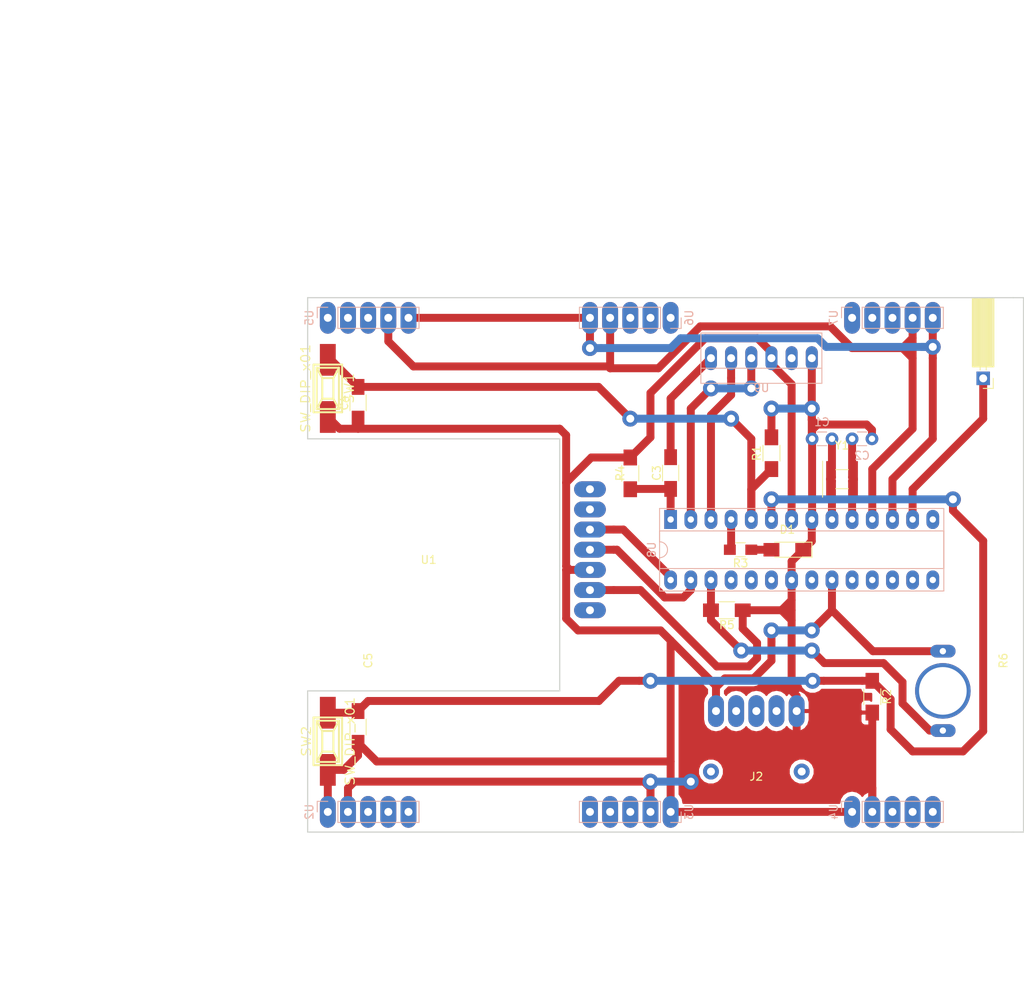
<source format=kicad_pcb>
(kicad_pcb (version 4) (host pcbnew 4.0.6)

  (general
    (links 54)
    (no_connects 0)
    (area 80.415001 12.54 209.625001 138.590001)
    (thickness 1.6)
    (drawings 26)
    (tracks 242)
    (zones 0)
    (modules 26)
    (nets 19)
  )

  (page A4)
  (layers
    (0 F.Cu signal)
    (31 B.Cu signal)
    (32 B.Adhes user)
    (33 F.Adhes user)
    (34 B.Paste user hide)
    (35 F.Paste user hide)
    (36 B.SilkS user hide)
    (37 F.SilkS user)
    (38 B.Mask user)
    (39 F.Mask user hide)
    (40 Dwgs.User user)
    (41 Cmts.User user)
    (42 Eco1.User user)
    (43 Eco2.User user)
    (44 Edge.Cuts user)
    (45 Margin user)
    (46 B.CrtYd user)
    (47 F.CrtYd user)
    (48 B.Fab user)
    (49 F.Fab user)
  )

  (setup
    (last_trace_width 1)
    (user_trace_width 1)
    (user_trace_width 1.2)
    (user_trace_width 1.6)
    (user_trace_width 1.8)
    (trace_clearance 0.5)
    (zone_clearance 0.5)
    (zone_45_only no)
    (trace_min 0.5)
    (segment_width 0.2)
    (edge_width 0.15)
    (via_size 2)
    (via_drill 1)
    (via_min_size 0.4)
    (via_min_drill 0.3)
    (uvia_size 0.3)
    (uvia_drill 0.1)
    (uvias_allowed no)
    (uvia_min_size 0.2)
    (uvia_min_drill 0.1)
    (pcb_text_width 0.3)
    (pcb_text_size 1.5 1.5)
    (mod_edge_width 0.15)
    (mod_text_size 1 1)
    (mod_text_width 0.15)
    (pad_size 1.6 3.2)
    (pad_drill 0.8)
    (pad_to_mask_clearance 0.2)
    (aux_axis_origin 119.38 49.53)
    (visible_elements 7FFFFFFF)
    (pcbplotparams
      (layerselection 0x01800_00000001)
      (usegerberextensions false)
      (excludeedgelayer true)
      (linewidth 0.100000)
      (plotframeref false)
      (viasonmask false)
      (mode 1)
      (useauxorigin true)
      (hpglpennumber 1)
      (hpglpenspeed 20)
      (hpglpendiameter 15)
      (hpglpenoverlay 2)
      (psnegative false)
      (psa4output false)
      (plotreference true)
      (plotvalue true)
      (plotinvisibletext false)
      (padsonsilk false)
      (subtractmaskfromsilk false)
      (outputformat 1)
      (mirror false)
      (drillshape 0)
      (scaleselection 1)
      (outputdirectory gerber))
  )

  (net 0 "")
  (net 1 MAX_IN)
  (net 2 LATCH)
  (net 3 CLK)
  (net 4 SDA)
  (net 5 SCL)
  (net 6 VCC)
  (net 7 GND)
  (net 8 OSC1)
  (net 9 OSC2)
  (net 10 RESET)
  (net 11 SW1)
  (net 12 SW2)
  (net 13 "Net-(D1-Pad2)")
  (net 14 LED)
  (net 15 RX)
  (net 16 TX)
  (net 17 DTR)
  (net 18 PHOTO)

  (net_class Default "Dies ist die voreingestellte Netzklasse."
    (clearance 0.5)
    (trace_width 1)
    (via_dia 2)
    (via_drill 1)
    (uvia_dia 0.3)
    (uvia_drill 0.1)
    (add_net CLK)
    (add_net DTR)
    (add_net GND)
    (add_net LATCH)
    (add_net LED)
    (add_net MAX_IN)
    (add_net "Net-(D1-Pad2)")
    (add_net OSC1)
    (add_net OSC2)
    (add_net PHOTO)
    (add_net RESET)
    (add_net RX)
    (add_net SCL)
    (add_net SDA)
    (add_net SW1)
    (add_net SW2)
    (add_net TX)
    (add_net VCC)
  )

  (net_class 1mm ""
    (clearance 0.5)
    (trace_width 1)
    (via_dia 2)
    (via_drill 1)
    (uvia_dia 0.3)
    (uvia_drill 0.1)
  )

  (module Socket_Strips:Socket_Strip_Angled_1x01_Pitch2.54mm (layer F.Cu) (tedit 597DE67D) (tstamp 597C5703)
    (at 204.47 59.69 270)
    (descr "Through hole angled socket strip, 1x01, 2.54mm pitch, 8.51mm socket length, single row")
    (tags "Through hole angled socket strip THT 1x01 2.54mm single row")
    (path /597B8EB0)
    (fp_text reference J1 (at -4.38 -2.27 270) (layer F.SilkS) hide
      (effects (font (size 1 1) (thickness 0.15)))
    )
    (fp_text value CONN_01X01_MALE (at -4.38 2.27 270) (layer F.Fab)
      (effects (font (size 1 1) (thickness 0.15)))
    )
    (fp_line (start -1.52 -1.27) (end -1.52 1.27) (layer F.Fab) (width 0.1))
    (fp_line (start -1.52 1.27) (end -10.03 1.27) (layer F.Fab) (width 0.1))
    (fp_line (start -10.03 1.27) (end -10.03 -1.27) (layer F.Fab) (width 0.1))
    (fp_line (start -10.03 -1.27) (end -1.52 -1.27) (layer F.Fab) (width 0.1))
    (fp_line (start 0 -0.32) (end 0 0.32) (layer F.Fab) (width 0.1))
    (fp_line (start 0 0.32) (end -1.52 0.32) (layer F.Fab) (width 0.1))
    (fp_line (start -1.52 0.32) (end -1.52 -0.32) (layer F.Fab) (width 0.1))
    (fp_line (start -1.52 -0.32) (end 0 -0.32) (layer F.Fab) (width 0.1))
    (fp_line (start -1.46 -1.33) (end -1.46 1.33) (layer F.SilkS) (width 0.12))
    (fp_line (start -1.46 1.33) (end -10.09 1.33) (layer F.SilkS) (width 0.12))
    (fp_line (start -10.09 1.33) (end -10.09 -1.33) (layer F.SilkS) (width 0.12))
    (fp_line (start -10.09 -1.33) (end -1.46 -1.33) (layer F.SilkS) (width 0.12))
    (fp_line (start -1.46 -1.33) (end -1.46 1.27) (layer F.SilkS) (width 0.12))
    (fp_line (start -1.46 1.27) (end -10.09 1.27) (layer F.SilkS) (width 0.12))
    (fp_line (start -10.09 1.27) (end -10.09 -1.33) (layer F.SilkS) (width 0.12))
    (fp_line (start -10.09 -1.33) (end -1.46 -1.33) (layer F.SilkS) (width 0.12))
    (fp_line (start -1.03 -0.38) (end -1.46 -0.38) (layer F.SilkS) (width 0.12))
    (fp_line (start -1.03 0.38) (end -1.46 0.38) (layer F.SilkS) (width 0.12))
    (fp_line (start -1.46 -1.15) (end -10.09 -1.15) (layer F.SilkS) (width 0.12))
    (fp_line (start -1.46 -1.03) (end -10.09 -1.03) (layer F.SilkS) (width 0.12))
    (fp_line (start -1.46 -0.91) (end -10.09 -0.91) (layer F.SilkS) (width 0.12))
    (fp_line (start -1.46 -0.79) (end -10.09 -0.79) (layer F.SilkS) (width 0.12))
    (fp_line (start -1.46 -0.67) (end -10.09 -0.67) (layer F.SilkS) (width 0.12))
    (fp_line (start -1.46 -0.55) (end -10.09 -0.55) (layer F.SilkS) (width 0.12))
    (fp_line (start -1.46 -0.43) (end -10.09 -0.43) (layer F.SilkS) (width 0.12))
    (fp_line (start -1.46 -0.31) (end -10.09 -0.31) (layer F.SilkS) (width 0.12))
    (fp_line (start -1.46 -0.19) (end -10.09 -0.19) (layer F.SilkS) (width 0.12))
    (fp_line (start -1.46 -0.07) (end -10.09 -0.07) (layer F.SilkS) (width 0.12))
    (fp_line (start -1.46 0.05) (end -10.09 0.05) (layer F.SilkS) (width 0.12))
    (fp_line (start -1.46 0.17) (end -10.09 0.17) (layer F.SilkS) (width 0.12))
    (fp_line (start -1.46 0.29) (end -10.09 0.29) (layer F.SilkS) (width 0.12))
    (fp_line (start -1.46 0.41) (end -10.09 0.41) (layer F.SilkS) (width 0.12))
    (fp_line (start -1.46 0.53) (end -10.09 0.53) (layer F.SilkS) (width 0.12))
    (fp_line (start -1.46 0.65) (end -10.09 0.65) (layer F.SilkS) (width 0.12))
    (fp_line (start -1.46 0.77) (end -10.09 0.77) (layer F.SilkS) (width 0.12))
    (fp_line (start -1.46 0.89) (end -10.09 0.89) (layer F.SilkS) (width 0.12))
    (fp_line (start -1.46 1.01) (end -10.09 1.01) (layer F.SilkS) (width 0.12))
    (fp_line (start -1.46 1.13) (end -10.09 1.13) (layer F.SilkS) (width 0.12))
    (fp_line (start -1.46 1.25) (end -10.09 1.25) (layer F.SilkS) (width 0.12))
    (fp_line (start -1.46 1.37) (end -10.09 1.37) (layer F.SilkS) (width 0.12))
    (fp_line (start 0 -1.27) (end 1.27 -1.27) (layer F.SilkS) (width 0.12))
    (fp_line (start 1.27 -1.27) (end 1.27 0) (layer F.SilkS) (width 0.12))
    (fp_line (start 1.8 -1.8) (end 1.8 1.8) (layer F.CrtYd) (width 0.05))
    (fp_line (start 1.8 1.8) (end -10.55 1.8) (layer F.CrtYd) (width 0.05))
    (fp_line (start -10.55 1.8) (end -10.55 -1.8) (layer F.CrtYd) (width 0.05))
    (fp_line (start -10.55 -1.8) (end 1.8 -1.8) (layer F.CrtYd) (width 0.05))
    (fp_text user %R (at -4.38 -2.27 270) (layer F.Fab) hide
      (effects (font (size 1 1) (thickness 0.15)))
    )
    (pad 1 thru_hole rect (at 0 0 270) (size 1.7 1.7) (drill 1) (layers *.Cu *.Mask)
      (net 1 MAX_IN))
    (model ${KISYS3DMOD}/Socket_Strips.3dshapes/Socket_Strip_Angled_1x01_Pitch2.54mm.wrl
      (at (xyz 0 0 0))
      (scale (xyz 1 1 1))
      (rotate (xyz 0 0 270))
    )
  )

  (module Socket_Strips:Socket_Strip_Straight_1x05_Pitch2.54mm (layer B.Cu) (tedit 58CD5446) (tstamp 597C571C)
    (at 121.92 114.3 270)
    (descr "Through hole straight socket strip, 1x05, 2.54mm pitch, single row")
    (tags "Through hole socket strip THT 1x05 2.54mm single row")
    (path /596A2A6D)
    (fp_text reference U2 (at 0 2.33 270) (layer B.SilkS)
      (effects (font (size 1 1) (thickness 0.15)) (justify mirror))
    )
    (fp_text value MAX7219_IN (at 0 -12.49 270) (layer B.Fab)
      (effects (font (size 1 1) (thickness 0.15)) (justify mirror))
    )
    (fp_line (start -1.27 1.27) (end -1.27 -11.43) (layer B.Fab) (width 0.1))
    (fp_line (start -1.27 -11.43) (end 1.27 -11.43) (layer B.Fab) (width 0.1))
    (fp_line (start 1.27 -11.43) (end 1.27 1.27) (layer B.Fab) (width 0.1))
    (fp_line (start 1.27 1.27) (end -1.27 1.27) (layer B.Fab) (width 0.1))
    (fp_line (start -1.33 -1.27) (end -1.33 -11.49) (layer B.SilkS) (width 0.12))
    (fp_line (start -1.33 -11.49) (end 1.33 -11.49) (layer B.SilkS) (width 0.12))
    (fp_line (start 1.33 -11.49) (end 1.33 -1.27) (layer B.SilkS) (width 0.12))
    (fp_line (start 1.33 -1.27) (end -1.33 -1.27) (layer B.SilkS) (width 0.12))
    (fp_line (start -1.33 0) (end -1.33 1.33) (layer B.SilkS) (width 0.12))
    (fp_line (start -1.33 1.33) (end 0 1.33) (layer B.SilkS) (width 0.12))
    (fp_line (start -1.8 1.8) (end -1.8 -11.95) (layer B.CrtYd) (width 0.05))
    (fp_line (start -1.8 -11.95) (end 1.8 -11.95) (layer B.CrtYd) (width 0.05))
    (fp_line (start 1.8 -11.95) (end 1.8 1.8) (layer B.CrtYd) (width 0.05))
    (fp_line (start 1.8 1.8) (end -1.8 1.8) (layer B.CrtYd) (width 0.05))
    (fp_text user %R (at 0 2.33 270) (layer B.Fab)
      (effects (font (size 1 1) (thickness 0.15)) (justify mirror))
    )
    (pad 1 thru_hole oval (at 0 0 270) (size 4 2) (drill 1) (layers *.Cu *.Mask)
      (net 6 VCC))
    (pad 2 thru_hole oval (at 0 -2.54 270) (size 4 2) (drill 1) (layers *.Cu *.Mask)
      (net 7 GND))
    (pad 3 thru_hole oval (at 0 -5.08 270) (size 4 2) (drill 1) (layers *.Cu *.Mask))
    (pad 4 thru_hole oval (at 0 -7.62 270) (size 4 2) (drill 1) (layers *.Cu *.Mask))
    (pad 5 thru_hole oval (at 0 -10.16 270) (size 4 2) (drill 1) (layers *.Cu *.Mask))
    (model ${KISYS3DMOD}/Socket_Strips.3dshapes/Socket_Strip_Straight_1x05_Pitch2.54mm.wrl
      (at (xyz 0 -0.2 0))
      (scale (xyz 1 1 1))
      (rotate (xyz 0 0 270))
    )
  )

  (module Socket_Strips:Socket_Strip_Straight_1x05_Pitch2.54mm (layer B.Cu) (tedit 58CD5446) (tstamp 597C5725)
    (at 165.1 114.3 90)
    (descr "Through hole straight socket strip, 1x05, 2.54mm pitch, single row")
    (tags "Through hole socket strip THT 1x05 2.54mm single row")
    (path /597B8DED)
    (fp_text reference U3 (at 0 2.33 90) (layer B.SilkS)
      (effects (font (size 1 1) (thickness 0.15)) (justify mirror))
    )
    (fp_text value MAX7219_IN (at 0 -12.49 90) (layer B.Fab)
      (effects (font (size 1 1) (thickness 0.15)) (justify mirror))
    )
    (fp_line (start -1.27 1.27) (end -1.27 -11.43) (layer B.Fab) (width 0.1))
    (fp_line (start -1.27 -11.43) (end 1.27 -11.43) (layer B.Fab) (width 0.1))
    (fp_line (start 1.27 -11.43) (end 1.27 1.27) (layer B.Fab) (width 0.1))
    (fp_line (start 1.27 1.27) (end -1.27 1.27) (layer B.Fab) (width 0.1))
    (fp_line (start -1.33 -1.27) (end -1.33 -11.49) (layer B.SilkS) (width 0.12))
    (fp_line (start -1.33 -11.49) (end 1.33 -11.49) (layer B.SilkS) (width 0.12))
    (fp_line (start 1.33 -11.49) (end 1.33 -1.27) (layer B.SilkS) (width 0.12))
    (fp_line (start 1.33 -1.27) (end -1.33 -1.27) (layer B.SilkS) (width 0.12))
    (fp_line (start -1.33 0) (end -1.33 1.33) (layer B.SilkS) (width 0.12))
    (fp_line (start -1.33 1.33) (end 0 1.33) (layer B.SilkS) (width 0.12))
    (fp_line (start -1.8 1.8) (end -1.8 -11.95) (layer B.CrtYd) (width 0.05))
    (fp_line (start -1.8 -11.95) (end 1.8 -11.95) (layer B.CrtYd) (width 0.05))
    (fp_line (start 1.8 -11.95) (end 1.8 1.8) (layer B.CrtYd) (width 0.05))
    (fp_line (start 1.8 1.8) (end -1.8 1.8) (layer B.CrtYd) (width 0.05))
    (fp_text user %R (at 0 2.33 90) (layer B.Fab)
      (effects (font (size 1 1) (thickness 0.15)) (justify mirror))
    )
    (pad 1 thru_hole oval (at 0 0 90) (size 4 2) (drill 1) (layers *.Cu *.Mask)
      (net 6 VCC))
    (pad 2 thru_hole oval (at 0 -2.54 90) (size 4 2) (drill 1) (layers *.Cu *.Mask)
      (net 7 GND))
    (pad 3 thru_hole oval (at 0 -5.08 90) (size 4 2) (drill 1) (layers *.Cu *.Mask))
    (pad 4 thru_hole oval (at 0 -7.62 90) (size 4 2) (drill 1) (layers *.Cu *.Mask))
    (pad 5 thru_hole oval (at 0 -10.16 90) (size 4 2) (drill 1) (layers *.Cu *.Mask))
    (model ${KISYS3DMOD}/Socket_Strips.3dshapes/Socket_Strip_Straight_1x05_Pitch2.54mm.wrl
      (at (xyz 0 -0.2 0))
      (scale (xyz 1 1 1))
      (rotate (xyz 0 0 270))
    )
  )

  (module Socket_Strips:Socket_Strip_Straight_1x05_Pitch2.54mm (layer B.Cu) (tedit 58CD5446) (tstamp 597C572E)
    (at 187.96 114.3 270)
    (descr "Through hole straight socket strip, 1x05, 2.54mm pitch, single row")
    (tags "Through hole socket strip THT 1x05 2.54mm single row")
    (path /597B8E78)
    (fp_text reference U4 (at 0 2.33 270) (layer B.SilkS)
      (effects (font (size 1 1) (thickness 0.15)) (justify mirror))
    )
    (fp_text value MAX7219_IN (at 0 -12.49 270) (layer B.Fab)
      (effects (font (size 1 1) (thickness 0.15)) (justify mirror))
    )
    (fp_line (start -1.27 1.27) (end -1.27 -11.43) (layer B.Fab) (width 0.1))
    (fp_line (start -1.27 -11.43) (end 1.27 -11.43) (layer B.Fab) (width 0.1))
    (fp_line (start 1.27 -11.43) (end 1.27 1.27) (layer B.Fab) (width 0.1))
    (fp_line (start 1.27 1.27) (end -1.27 1.27) (layer B.Fab) (width 0.1))
    (fp_line (start -1.33 -1.27) (end -1.33 -11.49) (layer B.SilkS) (width 0.12))
    (fp_line (start -1.33 -11.49) (end 1.33 -11.49) (layer B.SilkS) (width 0.12))
    (fp_line (start 1.33 -11.49) (end 1.33 -1.27) (layer B.SilkS) (width 0.12))
    (fp_line (start 1.33 -1.27) (end -1.33 -1.27) (layer B.SilkS) (width 0.12))
    (fp_line (start -1.33 0) (end -1.33 1.33) (layer B.SilkS) (width 0.12))
    (fp_line (start -1.33 1.33) (end 0 1.33) (layer B.SilkS) (width 0.12))
    (fp_line (start -1.8 1.8) (end -1.8 -11.95) (layer B.CrtYd) (width 0.05))
    (fp_line (start -1.8 -11.95) (end 1.8 -11.95) (layer B.CrtYd) (width 0.05))
    (fp_line (start 1.8 -11.95) (end 1.8 1.8) (layer B.CrtYd) (width 0.05))
    (fp_line (start 1.8 1.8) (end -1.8 1.8) (layer B.CrtYd) (width 0.05))
    (fp_text user %R (at 0 2.33 270) (layer B.Fab)
      (effects (font (size 1 1) (thickness 0.15)) (justify mirror))
    )
    (pad 1 thru_hole oval (at 0 0 270) (size 4 2) (drill 1) (layers *.Cu *.Mask)
      (net 6 VCC))
    (pad 2 thru_hole oval (at 0 -2.54 270) (size 4 2) (drill 1) (layers *.Cu *.Mask)
      (net 7 GND))
    (pad 3 thru_hole oval (at 0 -5.08 270) (size 4 2) (drill 1) (layers *.Cu *.Mask))
    (pad 4 thru_hole oval (at 0 -7.62 270) (size 4 2) (drill 1) (layers *.Cu *.Mask))
    (pad 5 thru_hole oval (at 0 -10.16 270) (size 4 2) (drill 1) (layers *.Cu *.Mask))
    (model ${KISYS3DMOD}/Socket_Strips.3dshapes/Socket_Strip_Straight_1x05_Pitch2.54mm.wrl
      (at (xyz 0 -0.2 0))
      (scale (xyz 1 1 1))
      (rotate (xyz 0 0 270))
    )
  )

  (module Socket_Strips:Socket_Strip_Straight_1x05_Pitch2.54mm (layer B.Cu) (tedit 597C7995) (tstamp 597C5737)
    (at 121.92 52.07 270)
    (descr "Through hole straight socket strip, 1x05, 2.54mm pitch, single row")
    (tags "Through hole socket strip THT 1x05 2.54mm single row")
    (path /597B8E8D)
    (fp_text reference U5 (at 0 2.33 270) (layer B.SilkS)
      (effects (font (size 1 1) (thickness 0.15)) (justify mirror))
    )
    (fp_text value MAX7219_IN (at 0 -12.49 270) (layer B.Fab)
      (effects (font (size 1 1) (thickness 0.15)) (justify mirror))
    )
    (fp_line (start -1.27 1.27) (end -1.27 -11.43) (layer B.Fab) (width 0.1))
    (fp_line (start -1.27 -11.43) (end 1.27 -11.43) (layer B.Fab) (width 0.1))
    (fp_line (start 1.27 -11.43) (end 1.27 1.27) (layer B.Fab) (width 0.1))
    (fp_line (start 1.27 1.27) (end -1.27 1.27) (layer B.Fab) (width 0.1))
    (fp_line (start -1.33 -1.27) (end -1.33 -11.49) (layer B.SilkS) (width 0.12))
    (fp_line (start -1.33 -11.49) (end 1.33 -11.49) (layer B.SilkS) (width 0.12))
    (fp_line (start 1.33 -11.49) (end 1.33 -1.27) (layer B.SilkS) (width 0.12))
    (fp_line (start 1.33 -1.27) (end -1.33 -1.27) (layer B.SilkS) (width 0.12))
    (fp_line (start -1.33 0) (end -1.33 1.33) (layer B.SilkS) (width 0.12))
    (fp_line (start -1.33 1.33) (end 0 1.33) (layer B.SilkS) (width 0.12))
    (fp_line (start -1.8 1.8) (end -1.8 -11.95) (layer B.CrtYd) (width 0.05))
    (fp_line (start -1.8 -11.95) (end 1.8 -11.95) (layer B.CrtYd) (width 0.05))
    (fp_line (start 1.8 -11.95) (end 1.8 1.8) (layer B.CrtYd) (width 0.05))
    (fp_line (start 1.8 1.8) (end -1.8 1.8) (layer B.CrtYd) (width 0.05))
    (fp_text user %R (at 0 2.33 270) (layer B.Fab)
      (effects (font (size 1 1) (thickness 0.15)) (justify mirror))
    )
    (pad 1 thru_hole oval (at 0 0 270) (size 4 2) (drill 1) (layers *.Cu *.Mask))
    (pad 2 thru_hole oval (at 0 -2.54 270) (size 4 2) (drill 1) (layers *.Cu *.Mask))
    (pad 3 thru_hole oval (at 0 -5.08 270) (size 4 2) (drill 1) (layers *.Cu *.Mask))
    (pad 4 thru_hole oval (at 0 -7.62 270) (size 4 2) (drill 1) (layers *.Cu *.Mask)
      (net 2 LATCH))
    (pad 5 thru_hole oval (at 0 -10.16 270) (size 4 2) (drill 1) (layers *.Cu *.Mask)
      (net 3 CLK))
    (model ${KISYS3DMOD}/Socket_Strips.3dshapes/Socket_Strip_Straight_1x05_Pitch2.54mm.wrl
      (at (xyz 0 -0.2 0))
      (scale (xyz 1 1 1))
      (rotate (xyz 0 0 270))
    )
  )

  (module Socket_Strips:Socket_Strip_Straight_1x05_Pitch2.54mm (layer B.Cu) (tedit 58CD5446) (tstamp 597C607C)
    (at 165.1 52.07 90)
    (descr "Through hole straight socket strip, 1x05, 2.54mm pitch, single row")
    (tags "Through hole socket strip THT 1x05 2.54mm single row")
    (path /597C60B3)
    (fp_text reference U6 (at 0 2.33 90) (layer B.SilkS)
      (effects (font (size 1 1) (thickness 0.15)) (justify mirror))
    )
    (fp_text value MAX7219_IN (at 0 -12.49 90) (layer B.Fab)
      (effects (font (size 1 1) (thickness 0.15)) (justify mirror))
    )
    (fp_line (start -1.27 1.27) (end -1.27 -11.43) (layer B.Fab) (width 0.1))
    (fp_line (start -1.27 -11.43) (end 1.27 -11.43) (layer B.Fab) (width 0.1))
    (fp_line (start 1.27 -11.43) (end 1.27 1.27) (layer B.Fab) (width 0.1))
    (fp_line (start 1.27 1.27) (end -1.27 1.27) (layer B.Fab) (width 0.1))
    (fp_line (start -1.33 -1.27) (end -1.33 -11.49) (layer B.SilkS) (width 0.12))
    (fp_line (start -1.33 -11.49) (end 1.33 -11.49) (layer B.SilkS) (width 0.12))
    (fp_line (start 1.33 -11.49) (end 1.33 -1.27) (layer B.SilkS) (width 0.12))
    (fp_line (start 1.33 -1.27) (end -1.33 -1.27) (layer B.SilkS) (width 0.12))
    (fp_line (start -1.33 0) (end -1.33 1.33) (layer B.SilkS) (width 0.12))
    (fp_line (start -1.33 1.33) (end 0 1.33) (layer B.SilkS) (width 0.12))
    (fp_line (start -1.8 1.8) (end -1.8 -11.95) (layer B.CrtYd) (width 0.05))
    (fp_line (start -1.8 -11.95) (end 1.8 -11.95) (layer B.CrtYd) (width 0.05))
    (fp_line (start 1.8 -11.95) (end 1.8 1.8) (layer B.CrtYd) (width 0.05))
    (fp_line (start 1.8 1.8) (end -1.8 1.8) (layer B.CrtYd) (width 0.05))
    (fp_text user %R (at 0 2.33 90) (layer B.Fab)
      (effects (font (size 1 1) (thickness 0.15)) (justify mirror))
    )
    (pad 1 thru_hole oval (at 0 0 90) (size 4 2) (drill 1) (layers *.Cu *.Mask))
    (pad 2 thru_hole oval (at 0 -2.54 90) (size 4 2) (drill 1) (layers *.Cu *.Mask))
    (pad 3 thru_hole oval (at 0 -5.08 90) (size 4 2) (drill 1) (layers *.Cu *.Mask))
    (pad 4 thru_hole oval (at 0 -7.62 90) (size 4 2) (drill 1) (layers *.Cu *.Mask)
      (net 2 LATCH))
    (pad 5 thru_hole oval (at 0 -10.16 90) (size 4 2) (drill 1) (layers *.Cu *.Mask)
      (net 3 CLK))
    (model ${KISYS3DMOD}/Socket_Strips.3dshapes/Socket_Strip_Straight_1x05_Pitch2.54mm.wrl
      (at (xyz 0 -0.2 0))
      (scale (xyz 1 1 1))
      (rotate (xyz 0 0 270))
    )
  )

  (module Socket_Strips:Socket_Strip_Straight_1x05_Pitch2.54mm (layer B.Cu) (tedit 58CD5446) (tstamp 597C6085)
    (at 187.96 52.07 270)
    (descr "Through hole straight socket strip, 1x05, 2.54mm pitch, single row")
    (tags "Through hole socket strip THT 1x05 2.54mm single row")
    (path /597C60C8)
    (fp_text reference U7 (at 0 2.33 270) (layer B.SilkS)
      (effects (font (size 1 1) (thickness 0.15)) (justify mirror))
    )
    (fp_text value MAX7219_IN (at 0 -12.49 270) (layer B.Fab)
      (effects (font (size 1 1) (thickness 0.15)) (justify mirror))
    )
    (fp_line (start -1.27 1.27) (end -1.27 -11.43) (layer B.Fab) (width 0.1))
    (fp_line (start -1.27 -11.43) (end 1.27 -11.43) (layer B.Fab) (width 0.1))
    (fp_line (start 1.27 -11.43) (end 1.27 1.27) (layer B.Fab) (width 0.1))
    (fp_line (start 1.27 1.27) (end -1.27 1.27) (layer B.Fab) (width 0.1))
    (fp_line (start -1.33 -1.27) (end -1.33 -11.49) (layer B.SilkS) (width 0.12))
    (fp_line (start -1.33 -11.49) (end 1.33 -11.49) (layer B.SilkS) (width 0.12))
    (fp_line (start 1.33 -11.49) (end 1.33 -1.27) (layer B.SilkS) (width 0.12))
    (fp_line (start 1.33 -1.27) (end -1.33 -1.27) (layer B.SilkS) (width 0.12))
    (fp_line (start -1.33 0) (end -1.33 1.33) (layer B.SilkS) (width 0.12))
    (fp_line (start -1.33 1.33) (end 0 1.33) (layer B.SilkS) (width 0.12))
    (fp_line (start -1.8 1.8) (end -1.8 -11.95) (layer B.CrtYd) (width 0.05))
    (fp_line (start -1.8 -11.95) (end 1.8 -11.95) (layer B.CrtYd) (width 0.05))
    (fp_line (start 1.8 -11.95) (end 1.8 1.8) (layer B.CrtYd) (width 0.05))
    (fp_line (start 1.8 1.8) (end -1.8 1.8) (layer B.CrtYd) (width 0.05))
    (fp_text user %R (at 0 2.33 270) (layer B.Fab)
      (effects (font (size 1 1) (thickness 0.15)) (justify mirror))
    )
    (pad 1 thru_hole oval (at 0 0 270) (size 4 2) (drill 1) (layers *.Cu *.Mask))
    (pad 2 thru_hole oval (at 0 -2.54 270) (size 4 2) (drill 1) (layers *.Cu *.Mask))
    (pad 3 thru_hole oval (at 0 -5.08 270) (size 4 2) (drill 1) (layers *.Cu *.Mask))
    (pad 4 thru_hole oval (at 0 -7.62 270) (size 4 2) (drill 1) (layers *.Cu *.Mask)
      (net 2 LATCH))
    (pad 5 thru_hole oval (at 0 -10.16 270) (size 4 2) (drill 1) (layers *.Cu *.Mask)
      (net 3 CLK))
    (model ${KISYS3DMOD}/Socket_Strips.3dshapes/Socket_Strip_Straight_1x05_Pitch2.54mm.wrl
      (at (xyz 0 -0.2 0))
      (scale (xyz 1 1 1))
      (rotate (xyz 0 0 270))
    )
  )

  (module Capacitors_THT:C_Disc_D3.0mm_W1.6mm_P2.50mm (layer B.Cu) (tedit 597BC7C2) (tstamp 598F1986)
    (at 185.42 67.31 180)
    (descr "C, Disc series, Radial, pin pitch=2.50mm, , diameter*width=3.0*1.6mm^2, Capacitor, http://www.vishay.com/docs/45233/krseries.pdf")
    (tags "C Disc series Radial pin pitch 2.50mm  diameter 3.0mm width 1.6mm Capacitor")
    (path /598E090A)
    (fp_text reference C1 (at 1.25 2.11 180) (layer B.SilkS)
      (effects (font (size 1 1) (thickness 0.15)) (justify mirror))
    )
    (fp_text value 22pF (at 1.25 -2.11 180) (layer B.Fab)
      (effects (font (size 1 1) (thickness 0.15)) (justify mirror))
    )
    (fp_line (start -0.25 0.8) (end -0.25 -0.8) (layer B.Fab) (width 0.1))
    (fp_line (start -0.25 -0.8) (end 2.75 -0.8) (layer B.Fab) (width 0.1))
    (fp_line (start 2.75 -0.8) (end 2.75 0.8) (layer B.Fab) (width 0.1))
    (fp_line (start 2.75 0.8) (end -0.25 0.8) (layer B.Fab) (width 0.1))
    (fp_line (start 0.663 0.861) (end 1.837 0.861) (layer B.SilkS) (width 0.12))
    (fp_line (start 0.663 -0.861) (end 1.837 -0.861) (layer B.SilkS) (width 0.12))
    (fp_line (start -1.05 1.15) (end -1.05 -1.15) (layer B.CrtYd) (width 0.05))
    (fp_line (start -1.05 -1.15) (end 3.55 -1.15) (layer B.CrtYd) (width 0.05))
    (fp_line (start 3.55 -1.15) (end 3.55 1.15) (layer B.CrtYd) (width 0.05))
    (fp_line (start 3.55 1.15) (end -1.05 1.15) (layer B.CrtYd) (width 0.05))
    (fp_text user %R (at 1.25 0 180) (layer B.Fab)
      (effects (font (size 1 1) (thickness 0.15)) (justify mirror))
    )
    (pad 1 thru_hole circle (at 0 0 180) (size 1.6 1.6) (drill 0.8) (layers *.Cu *.Mask)
      (net 8 OSC1))
    (pad 2 thru_hole circle (at 2.5 0 180) (size 1.6 1.6) (drill 0.8) (layers *.Cu *.Mask)
      (net 7 GND))
    (model ${KISYS3DMOD}/Capacitors_THT.3dshapes/C_Disc_D3.0mm_W1.6mm_P2.50mm.wrl
      (at (xyz 0 0 0))
      (scale (xyz 0.4 0.4 0.4))
      (rotate (xyz 0 0 0))
    )
  )

  (module Capacitors_THT:C_Disc_D3.0mm_W1.6mm_P2.50mm (layer B.Cu) (tedit 597BC7C2) (tstamp 598F198C)
    (at 187.96 67.31)
    (descr "C, Disc series, Radial, pin pitch=2.50mm, , diameter*width=3.0*1.6mm^2, Capacitor, http://www.vishay.com/docs/45233/krseries.pdf")
    (tags "C Disc series Radial pin pitch 2.50mm  diameter 3.0mm width 1.6mm Capacitor")
    (path /598E0A25)
    (fp_text reference C2 (at 1.25 2.11) (layer B.SilkS)
      (effects (font (size 1 1) (thickness 0.15)) (justify mirror))
    )
    (fp_text value 22pF (at 1.25 -2.11) (layer B.Fab)
      (effects (font (size 1 1) (thickness 0.15)) (justify mirror))
    )
    (fp_line (start -0.25 0.8) (end -0.25 -0.8) (layer B.Fab) (width 0.1))
    (fp_line (start -0.25 -0.8) (end 2.75 -0.8) (layer B.Fab) (width 0.1))
    (fp_line (start 2.75 -0.8) (end 2.75 0.8) (layer B.Fab) (width 0.1))
    (fp_line (start 2.75 0.8) (end -0.25 0.8) (layer B.Fab) (width 0.1))
    (fp_line (start 0.663 0.861) (end 1.837 0.861) (layer B.SilkS) (width 0.12))
    (fp_line (start 0.663 -0.861) (end 1.837 -0.861) (layer B.SilkS) (width 0.12))
    (fp_line (start -1.05 1.15) (end -1.05 -1.15) (layer B.CrtYd) (width 0.05))
    (fp_line (start -1.05 -1.15) (end 3.55 -1.15) (layer B.CrtYd) (width 0.05))
    (fp_line (start 3.55 -1.15) (end 3.55 1.15) (layer B.CrtYd) (width 0.05))
    (fp_line (start 3.55 1.15) (end -1.05 1.15) (layer B.CrtYd) (width 0.05))
    (fp_text user %R (at 1.25 0) (layer B.Fab)
      (effects (font (size 1 1) (thickness 0.15)) (justify mirror))
    )
    (pad 1 thru_hole circle (at 0 0) (size 1.6 1.6) (drill 0.8) (layers *.Cu *.Mask)
      (net 9 OSC2))
    (pad 2 thru_hole circle (at 2.5 0) (size 1.6 1.6) (drill 0.8) (layers *.Cu *.Mask)
      (net 7 GND))
    (model ${KISYS3DMOD}/Capacitors_THT.3dshapes/C_Disc_D3.0mm_W1.6mm_P2.50mm.wrl
      (at (xyz 0 0 0))
      (scale (xyz 0.4 0.4 0.4))
      (rotate (xyz 0 0 0))
    )
  )

  (module Capacitors_SMD:C_1206_HandSoldering (layer F.Cu) (tedit 58AA84D1) (tstamp 598F1998)
    (at 125.73 62.77 90)
    (descr "Capacitor SMD 1206, hand soldering")
    (tags "capacitor 1206")
    (path /598F6208)
    (attr smd)
    (fp_text reference C4 (at 0 -1.75 90) (layer F.SilkS)
      (effects (font (size 1 1) (thickness 0.15)))
    )
    (fp_text value 100nF (at 0 2 90) (layer F.Fab)
      (effects (font (size 1 1) (thickness 0.15)))
    )
    (fp_text user %R (at 0 -1.75 90) (layer F.Fab)
      (effects (font (size 1 1) (thickness 0.15)))
    )
    (fp_line (start -1.6 0.8) (end -1.6 -0.8) (layer F.Fab) (width 0.1))
    (fp_line (start 1.6 0.8) (end -1.6 0.8) (layer F.Fab) (width 0.1))
    (fp_line (start 1.6 -0.8) (end 1.6 0.8) (layer F.Fab) (width 0.1))
    (fp_line (start -1.6 -0.8) (end 1.6 -0.8) (layer F.Fab) (width 0.1))
    (fp_line (start 1 -1.02) (end -1 -1.02) (layer F.SilkS) (width 0.12))
    (fp_line (start -1 1.02) (end 1 1.02) (layer F.SilkS) (width 0.12))
    (fp_line (start -3.25 -1.05) (end 3.25 -1.05) (layer F.CrtYd) (width 0.05))
    (fp_line (start -3.25 -1.05) (end -3.25 1.05) (layer F.CrtYd) (width 0.05))
    (fp_line (start 3.25 1.05) (end 3.25 -1.05) (layer F.CrtYd) (width 0.05))
    (fp_line (start 3.25 1.05) (end -3.25 1.05) (layer F.CrtYd) (width 0.05))
    (pad 1 smd rect (at -2 0 90) (size 2 1.6) (layers F.Cu F.Paste F.Mask)
      (net 6 VCC))
    (pad 2 smd rect (at 2 0 90) (size 2 1.6) (layers F.Cu F.Paste F.Mask)
      (net 11 SW1))
    (model Capacitors_SMD.3dshapes/C_1206.wrl
      (at (xyz 0 0 0))
      (scale (xyz 1 1 1))
      (rotate (xyz 0 0 0))
    )
  )

  (module Capacitors_SMD:C_1206_HandSoldering (layer F.Cu) (tedit 58AA84D1) (tstamp 598F199E)
    (at 125.73 103.6 270)
    (descr "Capacitor SMD 1206, hand soldering")
    (tags "capacitor 1206")
    (path /598F6A52)
    (attr smd)
    (fp_text reference C5 (at -8.35 -1.27 270) (layer F.SilkS)
      (effects (font (size 1 1) (thickness 0.15)))
    )
    (fp_text value 100nF (at -7.08 1.27 270) (layer F.Fab)
      (effects (font (size 1 1) (thickness 0.15)))
    )
    (fp_text user %R (at -5.81 -1.27 270) (layer F.Fab)
      (effects (font (size 1 1) (thickness 0.15)))
    )
    (fp_line (start -1.6 0.8) (end -1.6 -0.8) (layer F.Fab) (width 0.1))
    (fp_line (start 1.6 0.8) (end -1.6 0.8) (layer F.Fab) (width 0.1))
    (fp_line (start 1.6 -0.8) (end 1.6 0.8) (layer F.Fab) (width 0.1))
    (fp_line (start -1.6 -0.8) (end 1.6 -0.8) (layer F.Fab) (width 0.1))
    (fp_line (start 1 -1.02) (end -1 -1.02) (layer F.SilkS) (width 0.12))
    (fp_line (start -1 1.02) (end 1 1.02) (layer F.SilkS) (width 0.12))
    (fp_line (start -3.25 -1.05) (end 3.25 -1.05) (layer F.CrtYd) (width 0.05))
    (fp_line (start -3.25 -1.05) (end -3.25 1.05) (layer F.CrtYd) (width 0.05))
    (fp_line (start 3.25 1.05) (end 3.25 -1.05) (layer F.CrtYd) (width 0.05))
    (fp_line (start 3.25 1.05) (end -3.25 1.05) (layer F.CrtYd) (width 0.05))
    (pad 1 smd rect (at -2 0 270) (size 2 1.6) (layers F.Cu F.Paste F.Mask)
      (net 12 SW2))
    (pad 2 smd rect (at 2 0 270) (size 2 1.6) (layers F.Cu F.Paste F.Mask)
      (net 6 VCC))
    (model Capacitors_SMD.3dshapes/C_1206.wrl
      (at (xyz 0 0 0))
      (scale (xyz 1 1 1))
      (rotate (xyz 0 0 0))
    )
  )

  (module LEDs:LED_1206_HandSoldering (layer F.Cu) (tedit 595FC724) (tstamp 598F19A4)
    (at 179.8 81.28 180)
    (descr "LED SMD 1206, hand soldering")
    (tags "LED 1206")
    (path /598F0345)
    (attr smd)
    (fp_text reference D1 (at 0 2.54 180) (layer F.SilkS)
      (effects (font (size 1 1) (thickness 0.15)))
    )
    (fp_text value LED (at 0 1.9 180) (layer F.Fab)
      (effects (font (size 1 1) (thickness 0.15)))
    )
    (fp_line (start -3.1 -0.95) (end -3.1 0.95) (layer F.SilkS) (width 0.12))
    (fp_line (start -0.4 0) (end 0.2 -0.4) (layer F.Fab) (width 0.1))
    (fp_line (start 0.2 -0.4) (end 0.2 0.4) (layer F.Fab) (width 0.1))
    (fp_line (start 0.2 0.4) (end -0.4 0) (layer F.Fab) (width 0.1))
    (fp_line (start -0.45 -0.4) (end -0.45 0.4) (layer F.Fab) (width 0.1))
    (fp_line (start -1.6 0.8) (end -1.6 -0.8) (layer F.Fab) (width 0.1))
    (fp_line (start 1.6 0.8) (end -1.6 0.8) (layer F.Fab) (width 0.1))
    (fp_line (start 1.6 -0.8) (end 1.6 0.8) (layer F.Fab) (width 0.1))
    (fp_line (start -1.6 -0.8) (end 1.6 -0.8) (layer F.Fab) (width 0.1))
    (fp_line (start -3.1 0.95) (end 1.6 0.95) (layer F.SilkS) (width 0.12))
    (fp_line (start -3.1 -0.95) (end 1.6 -0.95) (layer F.SilkS) (width 0.12))
    (fp_line (start -3.25 -1.11) (end 3.25 -1.11) (layer F.CrtYd) (width 0.05))
    (fp_line (start -3.25 -1.11) (end -3.25 1.1) (layer F.CrtYd) (width 0.05))
    (fp_line (start 3.25 1.1) (end 3.25 -1.11) (layer F.CrtYd) (width 0.05))
    (fp_line (start 3.25 1.1) (end -3.25 1.1) (layer F.CrtYd) (width 0.05))
    (pad 1 smd rect (at -2 0 180) (size 2 1.7) (layers F.Cu F.Paste F.Mask)
      (net 7 GND))
    (pad 2 smd rect (at 2 0 180) (size 2 1.7) (layers F.Cu F.Paste F.Mask)
      (net 13 "Net-(D1-Pad2)"))
    (model ${KISYS3DMOD}/LEDs.3dshapes/LED_1206.wrl
      (at (xyz 0 0 0))
      (scale (xyz 1 1 1))
      (rotate (xyz 0 0 180))
    )
  )

  (module Resistors_SMD:R_1206_HandSoldering (layer F.Cu) (tedit 58E0A804) (tstamp 598F19B9)
    (at 177.8 69.12 90)
    (descr "Resistor SMD 1206, hand soldering")
    (tags "resistor 1206")
    (path /598F638D)
    (attr smd)
    (fp_text reference R1 (at 0 -1.85 90) (layer F.SilkS)
      (effects (font (size 1 1) (thickness 0.15)))
    )
    (fp_text value 10k (at 0 1.9 90) (layer F.Fab)
      (effects (font (size 1 1) (thickness 0.15)))
    )
    (fp_text user %R (at 0 0 90) (layer F.Fab)
      (effects (font (size 0.7 0.7) (thickness 0.105)))
    )
    (fp_line (start -1.6 0.8) (end -1.6 -0.8) (layer F.Fab) (width 0.1))
    (fp_line (start 1.6 0.8) (end -1.6 0.8) (layer F.Fab) (width 0.1))
    (fp_line (start 1.6 -0.8) (end 1.6 0.8) (layer F.Fab) (width 0.1))
    (fp_line (start -1.6 -0.8) (end 1.6 -0.8) (layer F.Fab) (width 0.1))
    (fp_line (start 1 1.07) (end -1 1.07) (layer F.SilkS) (width 0.12))
    (fp_line (start -1 -1.07) (end 1 -1.07) (layer F.SilkS) (width 0.12))
    (fp_line (start -3.25 -1.11) (end 3.25 -1.11) (layer F.CrtYd) (width 0.05))
    (fp_line (start -3.25 -1.11) (end -3.25 1.1) (layer F.CrtYd) (width 0.05))
    (fp_line (start 3.25 1.1) (end 3.25 -1.11) (layer F.CrtYd) (width 0.05))
    (fp_line (start 3.25 1.1) (end -3.25 1.1) (layer F.CrtYd) (width 0.05))
    (pad 1 smd rect (at -2 0 90) (size 2 1.7) (layers F.Cu F.Paste F.Mask)
      (net 11 SW1))
    (pad 2 smd rect (at 2 0 90) (size 2 1.7) (layers F.Cu F.Paste F.Mask)
      (net 7 GND))
    (model ${KISYS3DMOD}/Resistors_SMD.3dshapes/R_1206.wrl
      (at (xyz 0 0 0))
      (scale (xyz 1 1 1))
      (rotate (xyz 0 0 0))
    )
  )

  (module Resistors_SMD:R_1206_HandSoldering (layer F.Cu) (tedit 58E0A804) (tstamp 598F19BF)
    (at 190.5 99.79 270)
    (descr "Resistor SMD 1206, hand soldering")
    (tags "resistor 1206")
    (path /598F6A5C)
    (attr smd)
    (fp_text reference R2 (at 0 -1.85 270) (layer F.SilkS)
      (effects (font (size 1 1) (thickness 0.15)))
    )
    (fp_text value 10k (at 0 1.9 270) (layer F.Fab)
      (effects (font (size 1 1) (thickness 0.15)))
    )
    (fp_text user %R (at 0 0 270) (layer F.Fab)
      (effects (font (size 0.7 0.7) (thickness 0.105)))
    )
    (fp_line (start -1.6 0.8) (end -1.6 -0.8) (layer F.Fab) (width 0.1))
    (fp_line (start 1.6 0.8) (end -1.6 0.8) (layer F.Fab) (width 0.1))
    (fp_line (start 1.6 -0.8) (end 1.6 0.8) (layer F.Fab) (width 0.1))
    (fp_line (start -1.6 -0.8) (end 1.6 -0.8) (layer F.Fab) (width 0.1))
    (fp_line (start 1 1.07) (end -1 1.07) (layer F.SilkS) (width 0.12))
    (fp_line (start -1 -1.07) (end 1 -1.07) (layer F.SilkS) (width 0.12))
    (fp_line (start -3.25 -1.11) (end 3.25 -1.11) (layer F.CrtYd) (width 0.05))
    (fp_line (start -3.25 -1.11) (end -3.25 1.1) (layer F.CrtYd) (width 0.05))
    (fp_line (start 3.25 1.1) (end 3.25 -1.11) (layer F.CrtYd) (width 0.05))
    (fp_line (start 3.25 1.1) (end -3.25 1.1) (layer F.CrtYd) (width 0.05))
    (pad 1 smd rect (at -2 0 270) (size 2 1.7) (layers F.Cu F.Paste F.Mask)
      (net 12 SW2))
    (pad 2 smd rect (at 2 0 270) (size 2 1.7) (layers F.Cu F.Paste F.Mask)
      (net 7 GND))
    (model ${KISYS3DMOD}/Resistors_SMD.3dshapes/R_1206.wrl
      (at (xyz 0 0 0))
      (scale (xyz 1 1 1))
      (rotate (xyz 0 0 0))
    )
  )

  (module Resistors_SMD:R_0805_HandSoldering (layer F.Cu) (tedit 58E0A804) (tstamp 598F19C5)
    (at 173.91 81.28 180)
    (descr "Resistor SMD 0805, hand soldering")
    (tags "resistor 0805")
    (path /598EFE16)
    (attr smd)
    (fp_text reference R3 (at 0 -1.7 180) (layer F.SilkS)
      (effects (font (size 1 1) (thickness 0.15)))
    )
    (fp_text value R_LED (at 0 1.75 180) (layer F.Fab)
      (effects (font (size 1 1) (thickness 0.15)))
    )
    (fp_text user %R (at 0 0 180) (layer F.Fab)
      (effects (font (size 0.5 0.5) (thickness 0.075)))
    )
    (fp_line (start -1 0.62) (end -1 -0.62) (layer F.Fab) (width 0.1))
    (fp_line (start 1 0.62) (end -1 0.62) (layer F.Fab) (width 0.1))
    (fp_line (start 1 -0.62) (end 1 0.62) (layer F.Fab) (width 0.1))
    (fp_line (start -1 -0.62) (end 1 -0.62) (layer F.Fab) (width 0.1))
    (fp_line (start 0.6 0.88) (end -0.6 0.88) (layer F.SilkS) (width 0.12))
    (fp_line (start -0.6 -0.88) (end 0.6 -0.88) (layer F.SilkS) (width 0.12))
    (fp_line (start -2.35 -0.9) (end 2.35 -0.9) (layer F.CrtYd) (width 0.05))
    (fp_line (start -2.35 -0.9) (end -2.35 0.9) (layer F.CrtYd) (width 0.05))
    (fp_line (start 2.35 0.9) (end 2.35 -0.9) (layer F.CrtYd) (width 0.05))
    (fp_line (start 2.35 0.9) (end -2.35 0.9) (layer F.CrtYd) (width 0.05))
    (pad 1 smd rect (at -1.35 0 180) (size 1.5 1.3) (layers F.Cu F.Paste F.Mask)
      (net 13 "Net-(D1-Pad2)"))
    (pad 2 smd rect (at 1.35 0 180) (size 1.5 1.3) (layers F.Cu F.Paste F.Mask)
      (net 14 LED))
    (model ${KISYS3DMOD}/Resistors_SMD.3dshapes/R_0805.wrl
      (at (xyz 0 0 0))
      (scale (xyz 1 1 1))
      (rotate (xyz 0 0 0))
    )
  )

  (module Housings_DIP:DIP-28_W7.62mm_Socket_LongPads (layer B.Cu) (tedit 598F1EB7) (tstamp 598F19F5)
    (at 165.1 77.47 270)
    (descr "28-lead dip package, row spacing 7.62 mm (300 mils), Socket, LongPads")
    (tags "DIL DIP PDIP 2.54mm 7.62mm 300mil Socket LongPads")
    (path /598DF1B2)
    (fp_text reference U8 (at 3.81 2.39 270) (layer B.SilkS)
      (effects (font (size 1 1) (thickness 0.15)) (justify mirror))
    )
    (fp_text value ATMEGA328P-PU (at 3.81 -35.41 270) (layer B.Fab)
      (effects (font (size 1 1) (thickness 0.15)) (justify mirror))
    )
    (fp_text user %R (at 3.81 -16.51 270) (layer B.Fab)
      (effects (font (size 1 1) (thickness 0.15)) (justify mirror))
    )
    (fp_line (start 1.635 1.27) (end 6.985 1.27) (layer B.Fab) (width 0.1))
    (fp_line (start 6.985 1.27) (end 6.985 -34.29) (layer B.Fab) (width 0.1))
    (fp_line (start 6.985 -34.29) (end 0.635 -34.29) (layer B.Fab) (width 0.1))
    (fp_line (start 0.635 -34.29) (end 0.635 0.27) (layer B.Fab) (width 0.1))
    (fp_line (start 0.635 0.27) (end 1.635 1.27) (layer B.Fab) (width 0.1))
    (fp_line (start -1.27 1.27) (end -1.27 -34.29) (layer B.Fab) (width 0.1))
    (fp_line (start -1.27 -34.29) (end 8.89 -34.29) (layer B.Fab) (width 0.1))
    (fp_line (start 8.89 -34.29) (end 8.89 1.27) (layer B.Fab) (width 0.1))
    (fp_line (start 8.89 1.27) (end -1.27 1.27) (layer B.Fab) (width 0.1))
    (fp_line (start 2.81 1.39) (end 1.44 1.39) (layer B.SilkS) (width 0.12))
    (fp_line (start 1.44 1.39) (end 1.44 -34.41) (layer B.SilkS) (width 0.12))
    (fp_line (start 1.44 -34.41) (end 6.18 -34.41) (layer B.SilkS) (width 0.12))
    (fp_line (start 6.18 -34.41) (end 6.18 1.39) (layer B.SilkS) (width 0.12))
    (fp_line (start 6.18 1.39) (end 4.81 1.39) (layer B.SilkS) (width 0.12))
    (fp_line (start -1.39 1.39) (end -1.39 -34.41) (layer B.SilkS) (width 0.12))
    (fp_line (start -1.39 -34.41) (end 9.01 -34.41) (layer B.SilkS) (width 0.12))
    (fp_line (start 9.01 -34.41) (end 9.01 1.39) (layer B.SilkS) (width 0.12))
    (fp_line (start 9.01 1.39) (end -1.39 1.39) (layer B.SilkS) (width 0.12))
    (fp_line (start -1.7 1.7) (end -1.7 -34.7) (layer B.CrtYd) (width 0.05))
    (fp_line (start -1.7 -34.7) (end 9.3 -34.7) (layer B.CrtYd) (width 0.05))
    (fp_line (start 9.3 -34.7) (end 9.3 1.7) (layer B.CrtYd) (width 0.05))
    (fp_line (start 9.3 1.7) (end -1.7 1.7) (layer B.CrtYd) (width 0.05))
    (fp_arc (start 3.81 1.39) (end 2.81 1.39) (angle 180) (layer B.SilkS) (width 0.12))
    (pad 1 thru_hole rect (at 0 0 270) (size 2.4 1.6) (drill 0.8) (layers *.Cu *.Mask)
      (net 10 RESET))
    (pad 15 thru_hole oval (at 7.62 -33.02 270) (size 2.4 1.6) (drill 0.8) (layers *.Cu *.Mask))
    (pad 2 thru_hole oval (at 0 -2.54 270) (size 2.4 1.6) (drill 0.8) (layers *.Cu *.Mask)
      (net 15 RX))
    (pad 16 thru_hole oval (at 7.62 -30.48 270) (size 2.4 1.6) (drill 0.8) (layers *.Cu *.Mask))
    (pad 3 thru_hole oval (at 0 -5.08 270) (size 2.4 1.6) (drill 0.8) (layers *.Cu *.Mask)
      (net 16 TX))
    (pad 17 thru_hole oval (at 7.62 -27.94 270) (size 2.4 1.6) (drill 0.8) (layers *.Cu *.Mask))
    (pad 4 thru_hole oval (at 0 -7.62 270) (size 2.4 1.6) (drill 0.8) (layers *.Cu *.Mask)
      (net 14 LED))
    (pad 18 thru_hole oval (at 7.62 -25.4 270) (size 2.4 1.6) (drill 0.8) (layers *.Cu *.Mask))
    (pad 5 thru_hole oval (at 0 -10.16 270) (size 2.4 1.6) (drill 0.8) (layers *.Cu *.Mask)
      (net 11 SW1))
    (pad 19 thru_hole oval (at 7.62 -22.86 270) (size 2.4 1.6) (drill 0.8) (layers *.Cu *.Mask))
    (pad 6 thru_hole oval (at 0 -12.7 270) (size 2.4 1.6) (drill 0.8) (layers *.Cu *.Mask)
      (net 12 SW2))
    (pad 20 thru_hole oval (at 7.62 -20.32 270) (size 2.4 1.6) (drill 0.8) (layers *.Cu *.Mask)
      (net 6 VCC))
    (pad 7 thru_hole oval (at 0 -15.24 270) (size 2.4 1.6) (drill 0.8) (layers *.Cu *.Mask)
      (net 6 VCC))
    (pad 21 thru_hole oval (at 7.62 -17.78 270) (size 2.4 1.6) (drill 0.8) (layers *.Cu *.Mask))
    (pad 8 thru_hole oval (at 0 -17.78 270) (size 2.4 1.6) (drill 0.8) (layers *.Cu *.Mask)
      (net 7 GND))
    (pad 22 thru_hole oval (at 7.62 -15.24 270) (size 2.4 1.6) (drill 0.8) (layers *.Cu *.Mask)
      (net 7 GND))
    (pad 9 thru_hole oval (at 0 -20.32 270) (size 2.4 1.6) (drill 0.8) (layers *.Cu *.Mask)
      (net 8 OSC1))
    (pad 23 thru_hole oval (at 7.62 -12.7 270) (size 2.4 1.6) (drill 0.8) (layers *.Cu *.Mask))
    (pad 10 thru_hole oval (at 0 -22.86 270) (size 2.4 1.6) (drill 0.8) (layers *.Cu *.Mask)
      (net 9 OSC2))
    (pad 24 thru_hole oval (at 7.62 -10.16 270) (size 2.4 1.6) (drill 0.8) (layers *.Cu *.Mask))
    (pad 11 thru_hole oval (at 0 -25.4 270) (size 2.4 1.6) (drill 0.8) (layers *.Cu *.Mask)
      (net 2 LATCH))
    (pad 25 thru_hole oval (at 7.62 -7.62 270) (size 2.4 1.6) (drill 0.8) (layers *.Cu *.Mask))
    (pad 12 thru_hole oval (at 0 -27.94 270) (size 2.4 1.6) (drill 0.8) (layers *.Cu *.Mask)
      (net 3 CLK))
    (pad 26 thru_hole oval (at 7.62 -5.08 270) (size 2.4 1.6) (drill 0.8) (layers *.Cu *.Mask)
      (net 18 PHOTO))
    (pad 13 thru_hole oval (at 0 -30.48 270) (size 2.4 1.6) (drill 0.8) (layers *.Cu *.Mask)
      (net 1 MAX_IN))
    (pad 27 thru_hole oval (at 7.62 -2.54 270) (size 2.4 1.6) (drill 0.8) (layers *.Cu *.Mask)
      (net 4 SDA))
    (pad 14 thru_hole oval (at 0 -33.02 270) (size 2.4 1.6) (drill 0.8) (layers *.Cu *.Mask))
    (pad 28 thru_hole oval (at 7.62 0 270) (size 2.4 1.6) (drill 0.8) (layers *.Cu *.Mask)
      (net 5 SCL))
    (model ${KISYS3DMOD}/Housings_DIP.3dshapes/DIP-28_W7.62mm_Socket_LongPads.wrl
      (at (xyz 0 0 0))
      (scale (xyz 1 1 1))
      (rotate (xyz 0 0 0))
    )
  )

  (module Connectors:PINHEAD1-6 (layer B.Cu) (tedit 0) (tstamp 598F19FF)
    (at 170.18 57.15)
    (path /598E1785)
    (fp_text reference U9 (at 6.35 3.75) (layer B.SilkS)
      (effects (font (size 1 1) (thickness 0.15)) (justify mirror))
    )
    (fp_text value FTDI1232 (at 6.35 -3.81) (layer B.Fab)
      (effects (font (size 1 1) (thickness 0.15)) (justify mirror))
    )
    (fp_line (start 6.35 -3.17) (end 13.97 -3.17) (layer B.SilkS) (width 0.12))
    (fp_line (start 6.35 1.27) (end 13.97 1.27) (layer B.SilkS) (width 0.12))
    (fp_line (start 6.35 3.17) (end 13.97 3.17) (layer B.SilkS) (width 0.12))
    (fp_line (start -1.27 3.17) (end -1.27 -3.17) (layer B.SilkS) (width 0.12))
    (fp_line (start 13.97 3.17) (end 13.97 -3.17) (layer B.SilkS) (width 0.12))
    (fp_line (start 6.35 1.27) (end -1.27 1.27) (layer B.SilkS) (width 0.12))
    (fp_line (start -1.27 3.17) (end 6.35 3.17) (layer B.SilkS) (width 0.12))
    (fp_line (start 6.35 -3.17) (end -1.27 -3.17) (layer B.SilkS) (width 0.12))
    (fp_line (start -1.52 3.42) (end 14.22 3.42) (layer B.CrtYd) (width 0.05))
    (fp_line (start -1.52 3.42) (end -1.52 -3.42) (layer B.CrtYd) (width 0.05))
    (fp_line (start 14.22 -3.42) (end 14.22 3.42) (layer B.CrtYd) (width 0.05))
    (fp_line (start 14.22 -3.42) (end -1.52 -3.42) (layer B.CrtYd) (width 0.05))
    (pad 1 thru_hole oval (at 0 0) (size 1.51 3.01) (drill 1) (layers *.Cu *.Mask)
      (net 17 DTR))
    (pad 2 thru_hole oval (at 2.54 0) (size 1.51 3.01) (drill 1) (layers *.Cu *.Mask)
      (net 16 TX))
    (pad 3 thru_hole oval (at 5.08 0) (size 1.51 3.01) (drill 1) (layers *.Cu *.Mask)
      (net 15 RX))
    (pad 4 thru_hole oval (at 7.62 0) (size 1.51 3.01) (drill 1) (layers *.Cu *.Mask)
      (net 6 VCC))
    (pad 5 thru_hole oval (at 10.16 0) (size 1.51 3.01) (drill 1) (layers *.Cu *.Mask))
    (pad 6 thru_hole oval (at 12.7 0) (size 1.51 3.01) (drill 1) (layers *.Cu *.Mask)
      (net 7 GND))
  )

  (module PongClock:TINY_RTC_RIGHT (layer F.Cu) (tedit 599994DE) (tstamp 598F1C4F)
    (at 134.62 81.28)
    (path /598F1A94)
    (fp_text reference U1 (at 0 1.27) (layer F.SilkS)
      (effects (font (size 1 1) (thickness 0.15)))
    )
    (fp_text value TinyRTC_I2C_RIGHT (at 0 -2.54) (layer F.Fab)
      (effects (font (size 1 1) (thickness 0.15)))
    )
    (fp_line (start 12.7 -8.89) (end 12.7 8.89) (layer F.CrtYd) (width 0.15))
    (fp_line (start 12.7 8.89) (end 17.78 8.89) (layer F.CrtYd) (width 0.15))
    (fp_line (start 17.78 8.89) (end 17.78 -8.89) (layer F.CrtYd) (width 0.15))
    (fp_line (start 17.78 -8.89) (end 12.7 -8.89) (layer F.CrtYd) (width 0.15))
    (fp_line (start -15.24 -12.7) (end 11.43 -12.7) (layer F.CrtYd) (width 0.15))
    (fp_line (start -15.24 15.24) (end 11.43 15.24) (layer F.CrtYd) (width 0.15))
    (fp_line (start -15.24 -12.7) (end -15.24 15.24) (layer F.CrtYd) (width 0.15))
    (fp_line (start 11.43 15.24) (end 11.43 -12.7) (layer F.CrtYd) (width 0.15))
    (pad 1 thru_hole oval (at 20.32 -7.62) (size 4 2) (drill 1) (layers *.Cu *.Mask))
    (pad 2 thru_hole oval (at 20.32 -5.08) (size 4 2) (drill 1) (layers *.Cu *.Mask))
    (pad 3 thru_hole oval (at 20.32 -2.54) (size 4 2) (drill 1) (layers *.Cu *.Mask)
      (net 5 SCL))
    (pad 4 thru_hole oval (at 20.32 0) (size 4 2) (drill 1) (layers *.Cu *.Mask)
      (net 4 SDA))
    (pad 5 thru_hole oval (at 20.32 2.54) (size 4 2) (drill 1) (layers *.Cu *.Mask)
      (net 6 VCC))
    (pad 6 thru_hole oval (at 20.32 5.08) (size 4 2) (drill 1) (layers *.Cu *.Mask)
      (net 7 GND))
    (pad 7 thru_hole oval (at 20.32 7.62) (size 4 2) (drill 1) (layers *.Cu *.Mask))
  )

  (module Crystals:Resonator_SMD_muRata_CDSCB-2pin_4.5x2.0mm_HandSoldering (layer F.Cu) (tedit 58CD2E9E) (tstamp 598F1CC5)
    (at 186.69 72.39)
    (descr "SMD Resomator/Filter Murata CDSCB, http://cdn-reichelt.de/documents/datenblatt/B400/SFECV-107.pdf, hand-soldering, 4.5x2.0mm^2 package")
    (tags "SMD SMT ceramic resonator filter filter hand-soldering")
    (path /598F2D1C)
    (attr smd)
    (fp_text reference Y1 (at 0 -4.25) (layer F.SilkS)
      (effects (font (size 1 1) (thickness 0.15)))
    )
    (fp_text value Crystal (at 0 4.25) (layer F.Fab)
      (effects (font (size 1 1) (thickness 0.15)))
    )
    (fp_text user %R (at 0 0) (layer F.Fab)
      (effects (font (size 1 1) (thickness 0.15)))
    )
    (fp_line (start -2.25 -1) (end -2.25 1) (layer F.Fab) (width 0.1))
    (fp_line (start -2.25 1) (end 2.25 1) (layer F.Fab) (width 0.1))
    (fp_line (start 2.25 1) (end 2.25 -1) (layer F.Fab) (width 0.1))
    (fp_line (start 2.25 -1) (end -2.25 -1) (layer F.Fab) (width 0.1))
    (fp_line (start -2.25 0) (end -1.25 1) (layer F.Fab) (width 0.1))
    (fp_line (start -0.8 -1.2) (end 0.8 -1.2) (layer F.SilkS) (width 0.12))
    (fp_line (start -0.8 1.2) (end 0.8 1.2) (layer F.SilkS) (width 0.12))
    (fp_line (start -2.45 -2.275) (end -2.45 2.275) (layer F.SilkS) (width 0.12))
    (fp_line (start -2.5 -3.5) (end -2.5 3.5) (layer F.CrtYd) (width 0.05))
    (fp_line (start -2.5 3.5) (end 2.5 3.5) (layer F.CrtYd) (width 0.05))
    (fp_line (start 2.5 3.5) (end 2.5 -3.5) (layer F.CrtYd) (width 0.05))
    (fp_line (start 2.5 -3.5) (end -2.5 -3.5) (layer F.CrtYd) (width 0.05))
    (pad 1 smd rect (at -1.5 0) (size 1 4.55) (layers F.Cu F.Paste F.Mask)
      (net 8 OSC1))
    (pad 2 smd rect (at 1.5 0) (size 1 4.55) (layers F.Cu F.Paste F.Mask)
      (net 9 OSC2))
    (model ${KISYS3DMOD}/Crystals.3dshapes/Resonator_SMD_muRata_CDSCB-2pin_4.5x2.0mm_HandSoldering.wrl
      (at (xyz 0 0 0))
      (scale (xyz 1 1 1))
      (rotate (xyz 0 0 0))
    )
  )

  (module Resistors_SMD:R_1206_HandSoldering (layer F.Cu) (tedit 58E0A804) (tstamp 598F9387)
    (at 160.02 71.66 270)
    (descr "Resistor SMD 1206, hand soldering")
    (tags "resistor 1206")
    (path /598FD057)
    (attr smd)
    (fp_text reference R4 (at 0 1.27 270) (layer F.SilkS)
      (effects (font (size 1 1) (thickness 0.15)))
    )
    (fp_text value 10k (at 0 1.9 270) (layer F.Fab)
      (effects (font (size 1 1) (thickness 0.15)))
    )
    (fp_text user %R (at 0 0 270) (layer F.Fab)
      (effects (font (size 0.7 0.7) (thickness 0.105)))
    )
    (fp_line (start -1.6 0.8) (end -1.6 -0.8) (layer F.Fab) (width 0.1))
    (fp_line (start 1.6 0.8) (end -1.6 0.8) (layer F.Fab) (width 0.1))
    (fp_line (start 1.6 -0.8) (end 1.6 0.8) (layer F.Fab) (width 0.1))
    (fp_line (start -1.6 -0.8) (end 1.6 -0.8) (layer F.Fab) (width 0.1))
    (fp_line (start 1 1.07) (end -1 1.07) (layer F.SilkS) (width 0.12))
    (fp_line (start -1 -1.07) (end 1 -1.07) (layer F.SilkS) (width 0.12))
    (fp_line (start -3.25 -1.11) (end 3.25 -1.11) (layer F.CrtYd) (width 0.05))
    (fp_line (start -3.25 -1.11) (end -3.25 1.1) (layer F.CrtYd) (width 0.05))
    (fp_line (start 3.25 1.1) (end 3.25 -1.11) (layer F.CrtYd) (width 0.05))
    (fp_line (start 3.25 1.1) (end -3.25 1.1) (layer F.CrtYd) (width 0.05))
    (pad 1 smd rect (at -2 0 270) (size 2 1.7) (layers F.Cu F.Paste F.Mask)
      (net 6 VCC))
    (pad 2 smd rect (at 2 0 270) (size 2 1.7) (layers F.Cu F.Paste F.Mask)
      (net 10 RESET))
    (model ${KISYS3DMOD}/Resistors_SMD.3dshapes/R_1206.wrl
      (at (xyz 0 0 0))
      (scale (xyz 1 1 1))
      (rotate (xyz 0 0 0))
    )
  )

  (module PongClock:USB_BOARD (layer F.Cu) (tedit 5999A3EB) (tstamp 59932716)
    (at 186.055 111.76 180)
    (path /598EE15E)
    (fp_text reference J2 (at 10.16 1.905 180) (layer F.SilkS)
      (effects (font (size 1 1) (thickness 0.15)))
    )
    (fp_text value MY_USB_OTG (at 10.16 -0.635 180) (layer F.Fab)
      (effects (font (size 1 1) (thickness 0.15)))
    )
    (fp_line (start 3.175 11.43) (end 3.175 -3.81) (layer F.CrtYd) (width 0.15))
    (fp_line (start 17.145 -3.81) (end 17.145 11.43) (layer F.CrtYd) (width 0.15))
    (fp_line (start 3.175 11.43) (end 17.145 11.43) (layer F.CrtYd) (width 0.15))
    (fp_line (start 17.145 -3.81) (end 3.175 -3.81) (layer F.CrtYd) (width 0.15))
    (pad 5 thru_hole oval (at 5.08 10.16 180) (size 2 4) (drill 1) (layers *.Cu *.Mask)
      (net 7 GND))
    (pad 4 thru_hole oval (at 7.62 10.16 180) (size 2 4) (drill 1) (layers *.Cu *.Mask))
    (pad 3 thru_hole oval (at 10.16 10.16 180) (size 2 4) (drill 1) (layers *.Cu *.Mask))
    (pad 2 thru_hole oval (at 12.7 10.16 180) (size 2 4) (drill 1) (layers *.Cu *.Mask))
    (pad 1 thru_hole oval (at 15.24 10.16 180) (size 2 4) (drill 1) (layers *.Cu *.Mask)
      (net 6 VCC))
    (pad "" np_thru_hole circle (at 15.875 2.54 180) (size 2 2) (drill 1) (layers *.Cu *.Mask))
    (pad 6 thru_hole circle (at 4.445 2.54 180) (size 2 2) (drill 1) (layers *.Cu *.Mask))
  )

  (module mod_switch:smd_push (layer F.Cu) (tedit 599999ED) (tstamp 59932A83)
    (at 121.92 60.96 270)
    (descr "SMD Pushbutton")
    (path /59933064)
    (autoplace_cost180 10)
    (fp_text reference SW1 (at 0 -2.70002 270) (layer F.SilkS)
      (effects (font (size 1.143 1.27) (thickness 0.1524)))
    )
    (fp_text value SW_DIP_x01 (at 0 2.79908 270) (layer F.SilkS)
      (effects (font (size 1.143 1.27) (thickness 0.1524)))
    )
    (fp_line (start 1.30048 -0.70104) (end 2.60096 -1.39954) (layer F.SilkS) (width 0.254))
    (fp_line (start 1.30048 0.70104) (end 2.60096 1.39954) (layer F.SilkS) (width 0.254))
    (fp_line (start -1.30048 0.70104) (end -2.60096 1.39954) (layer F.SilkS) (width 0.254))
    (fp_line (start -2.60096 -1.39954) (end -1.30048 -0.70104) (layer F.SilkS) (width 0.254))
    (fp_line (start -2.60096 -1.39954) (end 2.60096 -1.39954) (layer F.SilkS) (width 0.254))
    (fp_line (start 2.60096 -1.39954) (end 2.60096 1.39954) (layer F.SilkS) (width 0.254))
    (fp_line (start 2.60096 1.39954) (end -2.60096 1.39954) (layer F.SilkS) (width 0.254))
    (fp_line (start -2.60096 1.39954) (end -2.60096 -1.39954) (layer F.SilkS) (width 0.254))
    (fp_line (start -1.30048 -0.70104) (end 1.30048 -0.70104) (layer F.SilkS) (width 0.254))
    (fp_line (start 1.30048 -0.70104) (end 1.30048 0.70104) (layer F.SilkS) (width 0.254))
    (fp_line (start 1.30048 0.70104) (end -1.30048 0.70104) (layer F.SilkS) (width 0.254))
    (fp_line (start -1.30048 0.70104) (end -1.30048 -0.70104) (layer F.SilkS) (width 0.254))
    (fp_line (start -2.99974 -1.80086) (end 2.99974 -1.80086) (layer F.SilkS) (width 0.254))
    (fp_line (start 2.99974 -1.80086) (end 2.99974 1.80086) (layer F.SilkS) (width 0.254))
    (fp_line (start 2.99974 1.80086) (end -2.99974 1.80086) (layer F.SilkS) (width 0.254))
    (fp_line (start -2.99974 1.80086) (end -2.99974 -1.80086) (layer F.SilkS) (width 0.254))
    (pad 1 smd rect (at -3.59918 0 270) (size 4 2) (layers F.Cu F.Paste F.Mask)
      (net 11 SW1))
    (pad 2 smd rect (at 3.59918 0 270) (size 4 2) (layers F.Cu F.Paste F.Mask)
      (net 6 VCC))
    (model walter/switch/smd_push.wrl
      (at (xyz 0 0 0))
      (scale (xyz 1 1 1))
      (rotate (xyz 0 0 0))
    )
  )

  (module mod_switch:smd_push (layer F.Cu) (tedit 59999737) (tstamp 59932A89)
    (at 121.92 105.41 90)
    (descr "SMD Pushbutton")
    (path /599332E9)
    (autoplace_cost180 10)
    (fp_text reference SW2 (at 0 -2.70002 90) (layer F.SilkS)
      (effects (font (size 1.143 1.27) (thickness 0.1524)))
    )
    (fp_text value SW_DIP_x01 (at 0 2.79908 90) (layer F.SilkS)
      (effects (font (size 1.143 1.27) (thickness 0.1524)))
    )
    (fp_line (start 1.30048 -0.70104) (end 2.60096 -1.39954) (layer F.SilkS) (width 0.254))
    (fp_line (start 1.30048 0.70104) (end 2.60096 1.39954) (layer F.SilkS) (width 0.254))
    (fp_line (start -1.30048 0.70104) (end -2.60096 1.39954) (layer F.SilkS) (width 0.254))
    (fp_line (start -2.60096 -1.39954) (end -1.30048 -0.70104) (layer F.SilkS) (width 0.254))
    (fp_line (start -2.60096 -1.39954) (end 2.60096 -1.39954) (layer F.SilkS) (width 0.254))
    (fp_line (start 2.60096 -1.39954) (end 2.60096 1.39954) (layer F.SilkS) (width 0.254))
    (fp_line (start 2.60096 1.39954) (end -2.60096 1.39954) (layer F.SilkS) (width 0.254))
    (fp_line (start -2.60096 1.39954) (end -2.60096 -1.39954) (layer F.SilkS) (width 0.254))
    (fp_line (start -1.30048 -0.70104) (end 1.30048 -0.70104) (layer F.SilkS) (width 0.254))
    (fp_line (start 1.30048 -0.70104) (end 1.30048 0.70104) (layer F.SilkS) (width 0.254))
    (fp_line (start 1.30048 0.70104) (end -1.30048 0.70104) (layer F.SilkS) (width 0.254))
    (fp_line (start -1.30048 0.70104) (end -1.30048 -0.70104) (layer F.SilkS) (width 0.254))
    (fp_line (start -2.99974 -1.80086) (end 2.99974 -1.80086) (layer F.SilkS) (width 0.254))
    (fp_line (start 2.99974 -1.80086) (end 2.99974 1.80086) (layer F.SilkS) (width 0.254))
    (fp_line (start 2.99974 1.80086) (end -2.99974 1.80086) (layer F.SilkS) (width 0.254))
    (fp_line (start -2.99974 1.80086) (end -2.99974 -1.80086) (layer F.SilkS) (width 0.254))
    (pad 1 smd rect (at -3.59918 0 90) (size 4 2) (layers F.Cu F.Paste F.Mask)
      (net 6 VCC))
    (pad 2 smd rect (at 3.59918 0 90) (size 4 2) (layers F.Cu F.Paste F.Mask)
      (net 12 SW2))
    (model walter/switch/smd_push.wrl
      (at (xyz 0 0 0))
      (scale (xyz 1 1 1))
      (rotate (xyz 0 0 0))
    )
  )

  (module Capacitors_SMD:C_1206_HandSoldering (layer F.Cu) (tedit 5999A873) (tstamp 5999A80E)
    (at 165.1 71.62 90)
    (descr "Capacitor SMD 1206, hand soldering")
    (tags "capacitor 1206")
    (path /598E395B)
    (attr smd)
    (fp_text reference C3 (at 0 -1.75 90) (layer F.SilkS)
      (effects (font (size 1 1) (thickness 0.15)))
    )
    (fp_text value 10uF (at 0 2 90) (layer F.Fab)
      (effects (font (size 1 1) (thickness 0.15)))
    )
    (fp_text user %R (at 0 -1.75 90) (layer F.Fab)
      (effects (font (size 1 1) (thickness 0.15)))
    )
    (fp_line (start -1.6 0.8) (end -1.6 -0.8) (layer F.Fab) (width 0.1))
    (fp_line (start 1.6 0.8) (end -1.6 0.8) (layer F.Fab) (width 0.1))
    (fp_line (start 1.6 -0.8) (end 1.6 0.8) (layer F.Fab) (width 0.1))
    (fp_line (start -1.6 -0.8) (end 1.6 -0.8) (layer F.Fab) (width 0.1))
    (fp_line (start 1 -1.02) (end -1 -1.02) (layer F.SilkS) (width 0.12))
    (fp_line (start -1 1.02) (end 1 1.02) (layer F.SilkS) (width 0.12))
    (fp_line (start -3.25 -1.05) (end 3.25 -1.05) (layer F.CrtYd) (width 0.05))
    (fp_line (start -3.25 -1.05) (end -3.25 1.05) (layer F.CrtYd) (width 0.05))
    (fp_line (start 3.25 1.05) (end 3.25 -1.05) (layer F.CrtYd) (width 0.05))
    (fp_line (start 3.25 1.05) (end -3.25 1.05) (layer F.CrtYd) (width 0.05))
    (pad 1 smd rect (at -2 0 90) (size 2 1.6) (layers F.Cu F.Paste F.Mask)
      (net 10 RESET))
    (pad 2 smd rect (at 2 0 90) (size 2 1.6) (layers F.Cu F.Paste F.Mask)
      (net 17 DTR))
    (model Capacitors_SMD.3dshapes/C_1206.wrl
      (at (xyz 0 0 0))
      (scale (xyz 1 1 1))
      (rotate (xyz 0 0 0))
    )
  )

  (module Resistors_SMD:R_1206_HandSoldering (layer F.Cu) (tedit 58E0A804) (tstamp 5999B671)
    (at 172.18 88.9 180)
    (descr "Resistor SMD 1206, hand soldering")
    (tags "resistor 1206")
    (path /5999D838)
    (attr smd)
    (fp_text reference R5 (at 0 -1.85 180) (layer F.SilkS)
      (effects (font (size 1 1) (thickness 0.15)))
    )
    (fp_text value 10k (at 0 1.9 180) (layer F.Fab)
      (effects (font (size 1 1) (thickness 0.15)))
    )
    (fp_text user %R (at 0 0 180) (layer F.Fab)
      (effects (font (size 0.7 0.7) (thickness 0.105)))
    )
    (fp_line (start -1.6 0.8) (end -1.6 -0.8) (layer F.Fab) (width 0.1))
    (fp_line (start 1.6 0.8) (end -1.6 0.8) (layer F.Fab) (width 0.1))
    (fp_line (start 1.6 -0.8) (end 1.6 0.8) (layer F.Fab) (width 0.1))
    (fp_line (start -1.6 -0.8) (end 1.6 -0.8) (layer F.Fab) (width 0.1))
    (fp_line (start 1 1.07) (end -1 1.07) (layer F.SilkS) (width 0.12))
    (fp_line (start -1 -1.07) (end 1 -1.07) (layer F.SilkS) (width 0.12))
    (fp_line (start -3.25 -1.11) (end 3.25 -1.11) (layer F.CrtYd) (width 0.05))
    (fp_line (start -3.25 -1.11) (end -3.25 1.1) (layer F.CrtYd) (width 0.05))
    (fp_line (start 3.25 1.1) (end 3.25 -1.11) (layer F.CrtYd) (width 0.05))
    (fp_line (start 3.25 1.1) (end -3.25 1.1) (layer F.CrtYd) (width 0.05))
    (pad 1 smd rect (at -2 0 180) (size 2 1.7) (layers F.Cu F.Paste F.Mask)
      (net 7 GND))
    (pad 2 smd rect (at 2 0 180) (size 2 1.7) (layers F.Cu F.Paste F.Mask)
      (net 18 PHOTO))
    (model ${KISYS3DMOD}/Resistors_SMD.3dshapes/R_1206.wrl
      (at (xyz 0 0 0))
      (scale (xyz 1 1 1))
      (rotate (xyz 0 0 0))
    )
  )

  (module PongClock:MY_PHOTO_RESITOR (layer F.Cu) (tedit 5999BA74) (tstamp 5999B678)
    (at 199.39 99.06 270)
    (path /5999D738)
    (fp_text reference R6 (at -3.81 -7.62 270) (layer F.SilkS)
      (effects (font (size 1 1) (thickness 0.15)))
    )
    (fp_text value R_PHOTO (at 1.27 -7.62 270) (layer F.Fab)
      (effects (font (size 1 1) (thickness 0.15)))
    )
    (pad "" np_thru_hole circle (at 0 0 270) (size 7 7) (drill 6) (layers *.Cu *.Mask))
    (pad 2 thru_hole oval (at 5 0 270) (size 1.6 3.2) (drill 0.8) (layers *.Cu *.Mask)
      (net 18 PHOTO))
    (pad 1 thru_hole oval (at -5 0 270) (size 1.6 3.2) (drill 0.8) (layers *.Cu *.Mask)
      (net 6 VCC))
  )

  (dimension 17.78 (width 0.3) (layer Eco1.User)
    (gr_text "17,780 mm" (at 107.87 58.42 90) (layer Eco1.User)
      (effects (font (size 1.5 1.5) (thickness 0.3)))
    )
    (feature1 (pts (xy 118.11 49.53) (xy 106.52 49.53)))
    (feature2 (pts (xy 118.11 67.31) (xy 106.52 67.31)))
    (crossbar (pts (xy 109.22 67.31) (xy 109.22 49.53)))
    (arrow1a (pts (xy 109.22 49.53) (xy 109.806421 50.656504)))
    (arrow1b (pts (xy 109.22 49.53) (xy 108.633579 50.656504)))
    (arrow2a (pts (xy 109.22 67.31) (xy 109.806421 66.183496)))
    (arrow2b (pts (xy 109.22 67.31) (xy 108.633579 66.183496)))
  )
  (gr_line (start 151.13 67.31) (end 151.13 99.06) (layer Edge.Cuts) (width 0.15))
  (gr_line (start 119.38 67.31) (end 119.38 66.04) (layer Edge.Cuts) (width 0.15))
  (dimension 17.78 (width 0.3) (layer Eco1.User)
    (gr_text "17,780 mm" (at 107.87 107.95 90) (layer Eco1.User)
      (effects (font (size 1.5 1.5) (thickness 0.3)))
    )
    (feature1 (pts (xy 118.11 99.06) (xy 106.52 99.06)))
    (feature2 (pts (xy 118.11 116.84) (xy 106.52 116.84)))
    (crossbar (pts (xy 109.22 116.84) (xy 109.22 99.06)))
    (arrow1a (pts (xy 109.22 99.06) (xy 109.806421 100.186504)))
    (arrow1b (pts (xy 109.22 99.06) (xy 108.633579 100.186504)))
    (arrow2a (pts (xy 109.22 116.84) (xy 109.806421 115.713496)))
    (arrow2b (pts (xy 109.22 116.84) (xy 108.633579 115.713496)))
  )
  (gr_line (start 209.55 49.53) (end 208.28 49.53) (layer Edge.Cuts) (width 0.15))
  (gr_line (start 209.55 116.84) (end 208.28 116.84) (layer Edge.Cuts) (width 0.15))
  (dimension 67.31 (width 0.3) (layer Eco1.User)
    (gr_text "67,310 mm" (at 86.915 83.82 90) (layer Eco1.User)
      (effects (font (size 1.5 1.5) (thickness 0.3)))
    )
    (feature1 (pts (xy 118.745 50.165) (xy 85.565 50.165)))
    (feature2 (pts (xy 118.745 117.475) (xy 85.565 117.475)))
    (crossbar (pts (xy 88.265 117.475) (xy 88.265 50.165)))
    (arrow1a (pts (xy 88.265 50.165) (xy 88.851421 51.291504)))
    (arrow1b (pts (xy 88.265 50.165) (xy 87.678579 51.291504)))
    (arrow2a (pts (xy 88.265 117.475) (xy 88.851421 116.348496)))
    (arrow2b (pts (xy 88.265 117.475) (xy 87.678579 116.348496)))
  )
  (gr_line (start 209.55 49.53) (end 209.55 116.84) (layer Edge.Cuts) (width 0.15))
  (gr_line (start 119.38 49.53) (end 119.38 66.04) (layer Edge.Cuts) (width 0.15))
  (gr_line (start 119.38 116.84) (end 119.38 99.06) (layer Edge.Cuts) (width 0.15))
  (gr_line (start 119.38 116.84) (end 208.28 116.84) (layer Edge.Cuts) (width 0.15))
  (gr_line (start 119.38 49.53) (end 208.28 49.53) (layer Edge.Cuts) (width 0.15))
  (gr_line (start 119.38 99.06) (end 151.13 99.06) (angle 90) (layer Edge.Cuts) (width 0.15))
  (gr_line (start 151.13 67.31) (end 119.38 67.31) (angle 90) (layer Edge.Cuts) (width 0.15))
  (dimension 87.63 (width 0.3) (layer Eco1.User)
    (gr_text "87,630 mm" (at 164.465 137.24) (layer Eco1.User)
      (effects (font (size 1.5 1.5) (thickness 0.3)))
    )
    (feature1 (pts (xy 120.65 119.38) (xy 120.65 138.59)))
    (feature2 (pts (xy 208.28 119.38) (xy 208.28 138.59)))
    (crossbar (pts (xy 208.28 135.89) (xy 120.65 135.89)))
    (arrow1a (pts (xy 120.65 135.89) (xy 121.776504 135.303579)))
    (arrow1b (pts (xy 120.65 135.89) (xy 121.776504 136.476421)))
    (arrow2a (pts (xy 208.28 135.89) (xy 207.153496 135.303579)))
    (arrow2b (pts (xy 208.28 135.89) (xy 207.153496 136.476421)))
  )
  (dimension 16.51 (width 0.3) (layer Eco1.User)
    (gr_text "16,510 mm" (at 200.025 13.89) (layer Eco1.User)
      (effects (font (size 1.5 1.5) (thickness 0.3)))
    )
    (feature1 (pts (xy 208.28 33.02) (xy 208.28 12.54)))
    (feature2 (pts (xy 191.77 33.02) (xy 191.77 12.54)))
    (crossbar (pts (xy 191.77 15.24) (xy 208.28 15.24)))
    (arrow1a (pts (xy 208.28 15.24) (xy 207.153496 15.826421)))
    (arrow1b (pts (xy 208.28 15.24) (xy 207.153496 14.653579)))
    (arrow2a (pts (xy 191.77 15.24) (xy 192.896504 15.826421)))
    (arrow2b (pts (xy 191.77 15.24) (xy 192.896504 14.653579)))
  )
  (gr_text "PongClock v1.57" (at 146.05 104.14 180) (layer Eco2.User)
    (effects (font (size 2 2) (thickness 0.3)))
  )
  (dimension 31.75 (width 0.3) (layer Eco1.User)
    (gr_text "31,750 mm" (at 175.895 13.89) (layer Eco1.User)
      (effects (font (size 1.5 1.5) (thickness 0.3)))
    )
    (feature1 (pts (xy 191.77 33.02) (xy 191.77 12.54)))
    (feature2 (pts (xy 160.02 33.02) (xy 160.02 12.54)))
    (crossbar (pts (xy 160.02 15.24) (xy 191.77 15.24)))
    (arrow1a (pts (xy 191.77 15.24) (xy 190.643496 15.826421)))
    (arrow1b (pts (xy 191.77 15.24) (xy 190.643496 14.653579)))
    (arrow2a (pts (xy 160.02 15.24) (xy 161.146504 15.826421)))
    (arrow2b (pts (xy 160.02 15.24) (xy 161.146504 14.653579)))
  )
  (gr_line (start 191.77 39.37) (end 190.5 39.37) (angle 90) (layer Eco1.User) (width 0.2))
  (gr_line (start 191.77 121.92) (end 191.77 39.37) (angle 90) (layer Eco1.User) (width 0.2))
  (dimension 31.75 (width 0.3) (layer Eco1.User)
    (gr_text "31,750 mm" (at 144.145 13.89) (layer Eco1.User)
      (effects (font (size 1.5 1.5) (thickness 0.3)))
    )
    (feature1 (pts (xy 160.02 34.29) (xy 160.02 12.54)))
    (feature2 (pts (xy 128.27 34.29) (xy 128.27 12.54)))
    (crossbar (pts (xy 128.27 15.24) (xy 160.02 15.24)))
    (arrow1a (pts (xy 160.02 15.24) (xy 158.893496 15.826421)))
    (arrow1b (pts (xy 160.02 15.24) (xy 158.893496 14.653579)))
    (arrow2a (pts (xy 128.27 15.24) (xy 129.396504 15.826421)))
    (arrow2b (pts (xy 128.27 15.24) (xy 129.396504 14.653579)))
  )
  (gr_line (start 160.02 119.38) (end 160.02 43.18) (angle 90) (layer Eco1.User) (width 0.2))
  (dimension 62.23 (width 0.3) (layer Eco1.User)
    (gr_text "62,230 mm" (at 91.36 83.185 90) (layer Eco1.User)
      (effects (font (size 1.5 1.5) (thickness 0.3)))
    )
    (feature1 (pts (xy 100.33 52.07) (xy 90.01 52.07)))
    (feature2 (pts (xy 100.33 114.3) (xy 90.01 114.3)))
    (crossbar (pts (xy 92.71 114.3) (xy 92.71 52.07)))
    (arrow1a (pts (xy 92.71 52.07) (xy 93.296421 53.196504)))
    (arrow1b (pts (xy 92.71 52.07) (xy 92.123579 53.196504)))
    (arrow2a (pts (xy 92.71 114.3) (xy 93.296421 113.173496)))
    (arrow2b (pts (xy 92.71 114.3) (xy 92.123579 113.173496)))
  )
  (gr_line (start 128.27 121.92) (end 128.27 38.1) (angle 90) (layer Eco1.User) (width 0.2))
  (gr_line (start 102.87 52.07) (end 199.39 52.07) (angle 90) (layer Eco1.User) (width 0.2))
  (gr_line (start 102.87 114.3) (end 199.39 114.3) (angle 90) (layer Eco1.User) (width 0.2))

  (segment (start 195.58 77.47) (end 195.58 73.66) (width 1) (layer F.Cu) (net 1))
  (segment (start 195.58 73.66) (end 204.47 64.77) (width 1) (layer F.Cu) (net 1))
  (segment (start 204.47 64.77) (end 204.47 59.69) (width 1) (layer F.Cu) (net 1))
  (segment (start 195.58 57.15) (end 195.58 55.88) (width 1) (layer F.Cu) (net 2))
  (segment (start 195.58 55.88) (end 195.58 54.61) (width 1) (layer F.Cu) (net 2))
  (segment (start 194.31 55.88) (end 195.58 55.88) (width 1) (layer F.Cu) (net 2))
  (segment (start 195.58 54.61) (end 195.58 52.07) (width 1) (layer F.Cu) (net 2))
  (segment (start 194.31 55.88) (end 195.58 54.61) (width 1) (layer F.Cu) (net 2))
  (segment (start 195.58 66.04) (end 195.58 57.15) (width 1) (layer F.Cu) (net 2))
  (segment (start 157.48 58.42) (end 163.556707 58.42) (width 1) (layer F.Cu) (net 2))
  (segment (start 163.556707 58.42) (end 168.831728 53.144979) (width 1) (layer F.Cu) (net 2))
  (segment (start 168.831728 53.144979) (end 185.206538 53.144979) (width 1) (layer F.Cu) (net 2))
  (segment (start 185.206538 53.144979) (end 187.941559 55.88) (width 1) (layer F.Cu) (net 2))
  (segment (start 187.941559 55.88) (end 194.31 55.88) (width 1) (layer F.Cu) (net 2))
  (segment (start 194.31 55.88) (end 195.58 57.15) (width 1) (layer F.Cu) (net 2))
  (segment (start 190.5 77.47) (end 190.5 71.12) (width 1) (layer F.Cu) (net 2))
  (segment (start 190.5 71.12) (end 195.58 66.04) (width 1) (layer F.Cu) (net 2))
  (segment (start 157.249989 58.189989) (end 157.48 58.42) (width 1) (layer F.Cu) (net 2))
  (segment (start 129.54 55.028666) (end 132.701323 58.189989) (width 1) (layer F.Cu) (net 2))
  (segment (start 129.54 52.07) (end 129.54 55.028666) (width 1) (layer F.Cu) (net 2))
  (segment (start 132.701323 58.189989) (end 157.249989 58.189989) (width 1) (layer F.Cu) (net 2))
  (segment (start 157.48 52.07) (end 157.48 58.42) (width 1) (layer F.Cu) (net 2))
  (segment (start 195.58 53.358441) (end 195.58 52.07) (width 1) (layer F.Cu) (net 2))
  (segment (start 193.04 77.47) (end 193.04 72.39) (width 1) (layer F.Cu) (net 3))
  (segment (start 193.04 72.39) (end 198.12 67.31) (width 1) (layer F.Cu) (net 3))
  (segment (start 198.12 67.31) (end 198.12 57.144211) (width 1) (layer F.Cu) (net 3))
  (segment (start 198.12 57.144211) (end 198.12 55.729998) (width 1) (layer F.Cu) (net 3))
  (segment (start 198.12 52.07) (end 198.12 55.729998) (width 1) (layer F.Cu) (net 3))
  (segment (start 198.12 55.729998) (end 184.691956 55.729998) (width 1) (layer B.Cu) (net 3))
  (segment (start 184.691956 55.729998) (end 183.606948 54.64499) (width 1) (layer B.Cu) (net 3))
  (segment (start 183.606948 54.64499) (end 166.353451 54.64499) (width 1) (layer B.Cu) (net 3))
  (segment (start 166.353451 54.64499) (end 165.118441 55.88) (width 1) (layer B.Cu) (net 3))
  (segment (start 165.118441 55.88) (end 156.354213 55.88) (width 1) (layer B.Cu) (net 3))
  (segment (start 156.354213 55.88) (end 154.94 55.88) (width 1) (layer B.Cu) (net 3))
  (segment (start 154.94 52.07) (end 154.94 55.88) (width 1) (layer F.Cu) (net 3))
  (via (at 154.94 55.88) (size 2) (drill 1) (layers F.Cu B.Cu) (net 3))
  (via (at 198.12 55.729998) (size 2) (drill 1) (layers F.Cu B.Cu) (net 3))
  (segment (start 196.705787 55.729998) (end 198.12 55.729998) (width 1) (layer B.Cu) (net 3))
  (segment (start 154.94 52.07) (end 132.08 52.07) (width 1) (layer F.Cu) (net 3))
  (segment (start 167.64 85.09) (end 167.64 86.36) (width 1) (layer F.Cu) (net 4))
  (segment (start 167.64 86.36) (end 166.70999 87.29001) (width 1) (layer F.Cu) (net 4))
  (segment (start 166.70999 87.29001) (end 164.354412 87.29001) (width 1) (layer F.Cu) (net 4))
  (segment (start 164.354412 87.29001) (end 158.344402 81.28) (width 1) (layer F.Cu) (net 4))
  (segment (start 158.344402 81.28) (end 157.94 81.28) (width 1) (layer F.Cu) (net 4))
  (segment (start 157.94 81.28) (end 154.94 81.28) (width 1) (layer F.Cu) (net 4))
  (segment (start 165.1 85.09) (end 165.1 84.69) (width 1) (layer F.Cu) (net 5))
  (segment (start 165.1 84.69) (end 159.15 78.74) (width 1) (layer F.Cu) (net 5))
  (segment (start 159.15 78.74) (end 157.94 78.74) (width 1) (layer F.Cu) (net 5))
  (segment (start 157.94 78.74) (end 154.94 78.74) (width 1) (layer F.Cu) (net 5))
  (segment (start 170.815 98.6) (end 170.815 98.425) (width 1) (layer F.Cu) (net 6))
  (segment (start 170.815 98.425) (end 165.1 92.71) (width 1) (layer F.Cu) (net 6))
  (segment (start 199.39 94.06) (end 190.58 94.06) (width 1) (layer F.Cu) (net 6))
  (segment (start 190.58 94.06) (end 185.42 88.9) (width 1) (layer F.Cu) (net 6))
  (segment (start 183.879999 90.440001) (end 182.88 91.44) (width 1) (layer F.Cu) (net 6))
  (segment (start 185.42 88.9) (end 183.879999 90.440001) (width 1) (layer F.Cu) (net 6))
  (segment (start 185.42 85.09) (end 185.42 88.9) (width 1) (layer F.Cu) (net 6))
  (segment (start 177.8 91.44) (end 182.88 91.44) (width 1) (layer B.Cu) (net 6))
  (via (at 182.88 91.44) (size 2) (drill 1) (layers F.Cu B.Cu) (net 6))
  (segment (start 177.8 95.251339) (end 177.8 92.854213) (width 1) (layer F.Cu) (net 6))
  (segment (start 170.815 98.6) (end 171.934987 97.480013) (width 1) (layer F.Cu) (net 6))
  (segment (start 175.571326 97.480013) (end 177.8 95.251339) (width 1) (layer F.Cu) (net 6))
  (segment (start 170.815 101.6) (end 170.815 98.6) (width 1) (layer F.Cu) (net 6))
  (segment (start 171.934987 97.480013) (end 175.571326 97.480013) (width 1) (layer F.Cu) (net 6))
  (segment (start 177.8 92.854213) (end 177.8 91.44) (width 1) (layer F.Cu) (net 6))
  (segment (start 125.73 105.6) (end 128.08 107.95) (width 1) (layer F.Cu) (net 6))
  (segment (start 128.08 107.95) (end 165.1 107.95) (width 1) (layer F.Cu) (net 6))
  (segment (start 165.1 107.95) (end 165.1 92.71) (width 1) (layer F.Cu) (net 6))
  (segment (start 153.44 91.44) (end 163.83 91.44) (width 1) (layer F.Cu) (net 6))
  (segment (start 165.1 92.71) (end 163.83 91.44) (width 1) (layer F.Cu) (net 6))
  (segment (start 152.4 83.82) (end 151.94 83.82) (width 1) (layer F.Cu) (net 6))
  (segment (start 151.94 83.82) (end 151.93999 83.82001) (width 1) (layer F.Cu) (net 6))
  (segment (start 151.93999 83.82001) (end 151.93999 89.93999) (width 1) (layer F.Cu) (net 6))
  (segment (start 151.93999 89.93999) (end 153.44 91.44) (width 1) (layer F.Cu) (net 6))
  (segment (start 151.13 66.04) (end 125.73 66.04) (width 1) (layer F.Cu) (net 6))
  (segment (start 125.73 66.04) (end 123.40082 66.04) (width 1) (layer F.Cu) (net 6))
  (segment (start 125.73 64.77) (end 125.73 66.04) (width 1) (layer F.Cu) (net 6))
  (segment (start 125.73 107.19918) (end 125.73 105.6) (width 1) (layer F.Cu) (net 6))
  (segment (start 121.92 109.00918) (end 123.92 109.00918) (width 1) (layer F.Cu) (net 6))
  (segment (start 123.92 109.00918) (end 125.73 107.19918) (width 1) (layer F.Cu) (net 6))
  (segment (start 151.93999 72.831569) (end 151.93999 66.84999) (width 1) (layer F.Cu) (net 6))
  (segment (start 151.93999 66.84999) (end 151.13 66.04) (width 1) (layer F.Cu) (net 6))
  (segment (start 123.40082 66.04) (end 121.92 64.55918) (width 1) (layer F.Cu) (net 6))
  (segment (start 160.02 69.66) (end 156.21 69.66) (width 1) (layer F.Cu) (net 6))
  (segment (start 156.21 69.66) (end 155.111559 69.66) (width 1) (layer F.Cu) (net 6))
  (segment (start 160.02 69.66) (end 162.56 67.12) (width 1) (layer F.Cu) (net 6))
  (segment (start 162.56 67.12) (end 162.56 61.538042) (width 1) (layer F.Cu) (net 6))
  (segment (start 162.56 61.538042) (end 169.453052 54.64499) (width 1) (layer F.Cu) (net 6))
  (segment (start 169.453052 54.64499) (end 176.04499 54.64499) (width 1) (layer F.Cu) (net 6))
  (segment (start 176.04499 54.64499) (end 177.8 56.4) (width 1) (layer F.Cu) (net 6))
  (segment (start 177.8 56.4) (end 177.8 57.15) (width 1) (layer F.Cu) (net 6))
  (segment (start 170.815 100.6) (end 170.815 101.6) (width 1) (layer F.Cu) (net 6))
  (segment (start 165.1 114.3) (end 165.1 107.95) (width 1) (layer F.Cu) (net 6))
  (segment (start 121.92 114.3) (end 121.92 109.00918) (width 1) (layer F.Cu) (net 6))
  (segment (start 154.94 83.82) (end 152.4 83.82) (width 1) (layer F.Cu) (net 6))
  (segment (start 155.111559 69.66) (end 151.93999 72.831569) (width 1) (layer F.Cu) (net 6))
  (segment (start 151.93999 72.831569) (end 151.93999 83.35999) (width 1) (layer F.Cu) (net 6))
  (segment (start 151.93999 83.35999) (end 152.4 83.82) (width 1) (layer F.Cu) (net 6))
  (via (at 177.8 91.44) (size 2) (drill 1) (layers F.Cu B.Cu) (net 6))
  (segment (start 180.34 77.47) (end 180.34 60.44) (width 1) (layer F.Cu) (net 6))
  (segment (start 180.34 60.44) (end 177.8 57.9) (width 1) (layer F.Cu) (net 6))
  (segment (start 177.8 57.9) (end 177.8 57.15) (width 1) (layer F.Cu) (net 6))
  (segment (start 165.1 114.3) (end 187.96 114.3) (width 1) (layer F.Cu) (net 6))
  (segment (start 180.34 99.06) (end 180.34 90.17) (width 1) (layer F.Cu) (net 7))
  (segment (start 180.34 90.17) (end 180.34 88.9) (width 1) (layer F.Cu) (net 7))
  (segment (start 179.07 88.9) (end 180.34 90.17) (width 1) (layer F.Cu) (net 7))
  (segment (start 179.07 88.9) (end 180.34 88.9) (width 1) (layer F.Cu) (net 7))
  (segment (start 174.18 88.9) (end 179.07 88.9) (width 1) (layer F.Cu) (net 7))
  (segment (start 180.34 88.9) (end 180.34 87.63) (width 1) (layer F.Cu) (net 7))
  (segment (start 180.34 87.63) (end 180.34 85.09) (width 1) (layer F.Cu) (net 7))
  (segment (start 179.07 88.9) (end 180.34 87.63) (width 1) (layer F.Cu) (net 7))
  (segment (start 180.975 101.6) (end 180.975 99.695) (width 1) (layer F.Cu) (net 7))
  (segment (start 180.975 99.695) (end 180.34 99.06) (width 1) (layer F.Cu) (net 7))
  (segment (start 157.94 86.36) (end 154.94 86.36) (width 1) (layer F.Cu) (net 7))
  (segment (start 161.303068 86.36) (end 157.94 86.36) (width 1) (layer F.Cu) (net 7))
  (segment (start 174.950002 95.980002) (end 170.92307 95.980002) (width 1) (layer F.Cu) (net 7))
  (segment (start 175.990002 93.019998) (end 175.990002 94.940002) (width 1) (layer F.Cu) (net 7))
  (segment (start 170.92307 95.980002) (end 161.303068 86.36) (width 1) (layer F.Cu) (net 7))
  (segment (start 174.18 88.9) (end 174.18 91.209996) (width 1) (layer F.Cu) (net 7))
  (segment (start 174.18 91.209996) (end 175.990002 93.019998) (width 1) (layer F.Cu) (net 7))
  (segment (start 175.990002 94.940002) (end 174.950002 95.980002) (width 1) (layer F.Cu) (net 7))
  (segment (start 190.5 114.3) (end 190.5 101.79) (width 1) (layer F.Cu) (net 7))
  (segment (start 181.785 105.41) (end 180.165 105.41) (width 1) (layer F.Cu) (net 7))
  (segment (start 184.61 105.41) (end 181.785 105.41) (width 1) (layer F.Cu) (net 7))
  (segment (start 181.785 105.41) (end 180.975 104.6) (width 1) (layer F.Cu) (net 7))
  (segment (start 190.5 114.3) (end 190.5 111.3) (width 1) (layer F.Cu) (net 7))
  (segment (start 190.5 111.3) (end 184.61 105.41) (width 1) (layer F.Cu) (net 7))
  (segment (start 180.975 101.6) (end 180.975 104.6) (width 1) (layer F.Cu) (net 7))
  (segment (start 180.975 104.6) (end 180.165 105.41) (width 1) (layer F.Cu) (net 7))
  (segment (start 180.165 105.41) (end 171.029998 105.41) (width 1) (layer F.Cu) (net 7))
  (segment (start 171.029998 105.41) (end 167.64 108.799998) (width 1) (layer F.Cu) (net 7))
  (segment (start 167.64 108.799998) (end 167.64 109.075787) (width 1) (layer F.Cu) (net 7))
  (segment (start 167.64 109.075787) (end 167.64 110.49) (width 1) (layer F.Cu) (net 7))
  (segment (start 182.88 63.5) (end 182.88 64.914213) (width 1) (layer F.Cu) (net 7))
  (segment (start 182.88 64.914213) (end 183.475786 65.509999) (width 1) (layer F.Cu) (net 7))
  (segment (start 183.475786 65.509999) (end 183.588631 65.509999) (width 1) (layer F.Cu) (net 7))
  (segment (start 177.8 63.5) (end 182.88 63.5) (width 1) (layer B.Cu) (net 7))
  (via (at 182.88 63.5) (size 2) (drill 1) (layers F.Cu B.Cu) (net 7))
  (segment (start 177.8 67.12) (end 177.8 63.5) (width 1) (layer F.Cu) (net 7))
  (via (at 177.8 63.5) (size 2) (drill 1) (layers F.Cu B.Cu) (net 7))
  (segment (start 162.56 114.3) (end 162.56 111.3) (width 1) (layer F.Cu) (net 7))
  (segment (start 162.56 111.3) (end 161.75 110.49) (width 1) (layer F.Cu) (net 7))
  (segment (start 161.75 110.49) (end 125.27 110.49) (width 1) (layer F.Cu) (net 7))
  (segment (start 125.27 110.49) (end 124.46 111.3) (width 1) (layer F.Cu) (net 7))
  (segment (start 124.46 111.3) (end 124.46 114.3) (width 1) (layer F.Cu) (net 7))
  (segment (start 190.5 67.27) (end 190.46 67.31) (width 1) (layer F.Cu) (net 7))
  (segment (start 182.88 57.15) (end 182.88 67.27) (width 1) (layer F.Cu) (net 7))
  (segment (start 182.88 67.27) (end 182.92 67.31) (width 1) (layer F.Cu) (net 7))
  (segment (start 162.56 110.49) (end 162.56 114.3) (width 1) (layer F.Cu) (net 7))
  (segment (start 167.64 110.49) (end 162.56 110.49) (width 1) (layer B.Cu) (net 7))
  (via (at 162.56 110.49) (size 2) (drill 1) (layers F.Cu B.Cu) (net 7))
  (via (at 167.64 110.49) (size 2) (drill 1) (layers F.Cu B.Cu) (net 7))
  (segment (start 182.88 77.47) (end 182.88 80.2) (width 1) (layer F.Cu) (net 7))
  (segment (start 182.88 80.2) (end 181.8 81.28) (width 1) (layer F.Cu) (net 7))
  (segment (start 181.8 81.28) (end 180.34 82.74) (width 1) (layer F.Cu) (net 7))
  (segment (start 180.34 82.74) (end 180.34 85.09) (width 1) (layer F.Cu) (net 7))
  (segment (start 182.92 67.31) (end 182.92 77.43) (width 1) (layer F.Cu) (net 7))
  (segment (start 182.92 77.43) (end 182.88 77.47) (width 1) (layer F.Cu) (net 7))
  (segment (start 182.92 67.31) (end 182.92 66.17863) (width 1) (layer F.Cu) (net 7))
  (segment (start 182.92 66.17863) (end 183.588631 65.509999) (width 1) (layer F.Cu) (net 7))
  (segment (start 183.588631 65.509999) (end 189.791369 65.509999) (width 1) (layer F.Cu) (net 7))
  (segment (start 189.791369 65.509999) (end 190.46 66.17863) (width 1) (layer F.Cu) (net 7))
  (segment (start 190.46 66.17863) (end 190.46 67.31) (width 1) (layer F.Cu) (net 7))
  (segment (start 185.42 67.31) (end 185.42 72.16) (width 1) (layer F.Cu) (net 8))
  (segment (start 185.42 72.16) (end 185.19 72.39) (width 1) (layer F.Cu) (net 8))
  (segment (start 185.42 77.47) (end 185.42 72.62) (width 1) (layer F.Cu) (net 8))
  (segment (start 185.42 72.62) (end 185.19 72.39) (width 1) (layer F.Cu) (net 8))
  (segment (start 187.96 67.31) (end 187.96 72.16) (width 1) (layer F.Cu) (net 9))
  (segment (start 187.96 72.16) (end 188.19 72.39) (width 1) (layer F.Cu) (net 9))
  (segment (start 187.96 77.47) (end 187.96 72.62) (width 1) (layer F.Cu) (net 9))
  (segment (start 187.96 72.62) (end 188.19 72.39) (width 1) (layer F.Cu) (net 9))
  (segment (start 165.1 73.62) (end 160.06 73.62) (width 1) (layer F.Cu) (net 10))
  (segment (start 160.06 73.62) (end 160.02 73.66) (width 1) (layer F.Cu) (net 10))
  (segment (start 165.1 77.47) (end 165.1 73.62) (width 1) (layer F.Cu) (net 10))
  (segment (start 125.73 60.77) (end 156.02 60.77) (width 1) (layer F.Cu) (net 11))
  (segment (start 156.02 60.77) (end 160.02 64.77) (width 1) (layer F.Cu) (net 11))
  (segment (start 121.92 57.36082) (end 122.32082 57.36082) (width 1) (layer F.Cu) (net 11))
  (segment (start 122.32082 57.36082) (end 125.73 60.77) (width 1) (layer F.Cu) (net 11))
  (segment (start 175.26 77.47) (end 175.26 67.31) (width 1) (layer F.Cu) (net 11))
  (segment (start 175.26 67.31) (end 172.72 64.77) (width 1) (layer F.Cu) (net 11))
  (segment (start 177.8 71.12) (end 175.26 73.66) (width 1) (layer F.Cu) (net 11))
  (segment (start 175.26 73.66) (end 175.26 77.47) (width 1) (layer F.Cu) (net 11))
  (via (at 172.72 64.77) (size 2) (drill 1) (layers F.Cu B.Cu) (net 11))
  (via (at 160.02 64.77) (size 2) (drill 1) (layers F.Cu B.Cu) (net 11))
  (segment (start 172.72 64.77) (end 160.02 64.77) (width 1) (layer B.Cu) (net 11))
  (segment (start 190.5 97.79) (end 192.809989 100.099989) (width 1) (layer F.Cu) (net 12))
  (segment (start 192.809989 100.099989) (end 192.809989 103.909989) (width 1) (layer F.Cu) (net 12))
  (segment (start 192.809989 103.909989) (end 195.58 106.68) (width 1) (layer F.Cu) (net 12))
  (segment (start 195.58 106.68) (end 201.93 106.68) (width 1) (layer F.Cu) (net 12))
  (segment (start 201.93 106.68) (end 204.47 104.14) (width 1) (layer F.Cu) (net 12))
  (segment (start 204.47 104.14) (end 204.47 80.154213) (width 1) (layer F.Cu) (net 12))
  (segment (start 204.47 80.154213) (end 200.66 76.344213) (width 1) (layer F.Cu) (net 12))
  (segment (start 200.66 76.344213) (end 200.66 74.93) (width 1) (layer F.Cu) (net 12))
  (segment (start 125.73 101.6) (end 127 100.33) (width 1) (layer F.Cu) (net 12))
  (segment (start 127 100.33) (end 156.065791 100.33) (width 1) (layer F.Cu) (net 12))
  (segment (start 156.065791 100.33) (end 158.605789 97.790002) (width 1) (layer F.Cu) (net 12))
  (segment (start 177.8 74.93) (end 200.66 74.93) (width 1) (layer B.Cu) (net 12))
  (via (at 200.66 74.93) (size 2) (drill 1) (layers F.Cu B.Cu) (net 12))
  (segment (start 177.8 77.47) (end 177.8 74.93) (width 1) (layer F.Cu) (net 12))
  (via (at 177.8 74.93) (size 2) (drill 1) (layers F.Cu B.Cu) (net 12))
  (segment (start 121.92 101.81082) (end 125.51918 101.81082) (width 1) (layer F.Cu) (net 12))
  (segment (start 125.51918 101.81082) (end 125.73 101.6) (width 1) (layer F.Cu) (net 12))
  (segment (start 189.23 97.79) (end 184.389223 97.79) (width 1) (layer F.Cu) (net 12))
  (segment (start 190.5 97.79) (end 189.23 97.79) (width 1) (layer F.Cu) (net 12))
  (segment (start 162.56 97.790002) (end 182.975008 97.790002) (width 1) (layer B.Cu) (net 12))
  (segment (start 182.975008 97.790002) (end 182.97501 97.79) (width 1) (layer B.Cu) (net 12))
  (via (at 182.97501 97.79) (size 2) (drill 1) (layers F.Cu B.Cu) (net 12))
  (segment (start 184.389223 97.79) (end 182.97501 97.79) (width 1) (layer F.Cu) (net 12))
  (segment (start 158.605787 97.79) (end 158.605789 97.790002) (width 1) (layer F.Cu) (net 12))
  (segment (start 161.145787 97.790002) (end 162.56 97.790002) (width 1) (layer F.Cu) (net 12))
  (segment (start 158.605789 97.790002) (end 161.145787 97.790002) (width 1) (layer F.Cu) (net 12))
  (via (at 162.56 97.790002) (size 2) (drill 1) (layers F.Cu B.Cu) (net 12))
  (segment (start 175.26 81.28) (end 177.8 81.28) (width 1) (layer F.Cu) (net 13))
  (segment (start 172.72 77.47) (end 172.72 81.12) (width 1) (layer F.Cu) (net 14))
  (segment (start 172.72 81.12) (end 172.56 81.28) (width 1) (layer F.Cu) (net 14))
  (segment (start 170.180014 60.959986) (end 170.18 60.96) (width 1) (layer B.Cu) (net 15))
  (segment (start 167.64 63.5) (end 169.180001 61.959999) (width 1) (layer F.Cu) (net 15))
  (segment (start 175.26 60.959986) (end 170.180014 60.959986) (width 1) (layer B.Cu) (net 15))
  (segment (start 169.180001 61.959999) (end 170.18 60.96) (width 1) (layer F.Cu) (net 15))
  (segment (start 167.64 77.47) (end 167.64 63.5) (width 1) (layer F.Cu) (net 15))
  (via (at 170.18 60.96) (size 2) (drill 1) (layers F.Cu B.Cu) (net 15))
  (segment (start 175.26 57.15) (end 175.26 60.959986) (width 1) (layer F.Cu) (net 15))
  (via (at 175.26 60.959986) (size 2) (drill 1) (layers F.Cu B.Cu) (net 15))
  (segment (start 172.72 59.655) (end 172.72 57.15) (width 1) (layer F.Cu) (net 16))
  (segment (start 170.18 77.47) (end 170.18 64.322867) (width 1) (layer F.Cu) (net 16))
  (segment (start 170.18 64.322867) (end 172.72 61.782867) (width 1) (layer F.Cu) (net 16))
  (segment (start 172.72 61.782867) (end 172.72 59.655) (width 1) (layer F.Cu) (net 16))
  (segment (start 165.1 69.62) (end 165.1 62.23) (width 1) (layer F.Cu) (net 17))
  (segment (start 165.1 62.23) (end 167.120011 60.209989) (width 1) (layer F.Cu) (net 17))
  (segment (start 167.120011 60.209989) (end 170.18 57.15) (width 1) (layer F.Cu) (net 17))
  (segment (start 182.88 93.98) (end 184.460011 95.560011) (width 1) (layer F.Cu) (net 18))
  (segment (start 191.920013 95.560011) (end 194.31 97.949998) (width 1) (layer F.Cu) (net 18))
  (segment (start 194.31 97.949998) (end 194.31 100.640002) (width 1) (layer F.Cu) (net 18))
  (segment (start 184.460011 95.560011) (end 191.920013 95.560011) (width 1) (layer F.Cu) (net 18))
  (segment (start 194.31 100.640002) (end 197.729998 104.06) (width 1) (layer F.Cu) (net 18))
  (segment (start 198.25863 104.06) (end 199.39 104.06) (width 1) (layer F.Cu) (net 18))
  (segment (start 197.729998 104.06) (end 198.25863 104.06) (width 1) (layer F.Cu) (net 18))
  (segment (start 173.99 93.98) (end 182.88 93.98) (width 1) (layer B.Cu) (net 18))
  (via (at 182.88 93.98) (size 2) (drill 1) (layers F.Cu B.Cu) (net 18))
  (segment (start 170.18 90.17) (end 173.99 93.98) (width 1) (layer F.Cu) (net 18))
  (segment (start 170.18 88.9) (end 170.18 90.17) (width 1) (layer F.Cu) (net 18))
  (via (at 173.99 93.98) (size 2) (drill 1) (layers F.Cu B.Cu) (net 18))
  (segment (start 170.18 88.9) (end 170.18 85.09) (width 1) (layer F.Cu) (net 18))

  (zone (net 7) (net_name GND) (layer F.Cu) (tstamp 0) (hatch edge 0.508)
    (connect_pads (clearance 0.5))
    (min_thickness 0.254)
    (fill yes (arc_segments 16) (thermal_gap 0.508) (thermal_bridge_width 0.508))
    (polygon
      (pts
        (xy 190.5 114.3) (xy 190.5 97.79) (xy 165.1 97.79) (xy 165.1 114.3)
      )
    )
    (filled_polygon
      (pts
        (xy 168.713182 97.917) (xy 169.688 98.891818) (xy 169.688 99.382394) (xy 169.664537 99.398071) (xy 169.311848 99.925908)
        (xy 169.188 100.548534) (xy 169.188 102.651466) (xy 169.311848 103.274092) (xy 169.664537 103.801929) (xy 170.192374 104.154618)
        (xy 170.815 104.278466) (xy 171.437626 104.154618) (xy 171.965463 103.801929) (xy 172.085 103.623029) (xy 172.204537 103.801929)
        (xy 172.732374 104.154618) (xy 173.355 104.278466) (xy 173.977626 104.154618) (xy 174.505463 103.801929) (xy 174.625 103.623029)
        (xy 174.744537 103.801929) (xy 175.272374 104.154618) (xy 175.895 104.278466) (xy 176.517626 104.154618) (xy 177.045463 103.801929)
        (xy 177.165 103.623029) (xy 177.284537 103.801929) (xy 177.812374 104.154618) (xy 178.435 104.278466) (xy 179.057626 104.154618)
        (xy 179.585463 103.801929) (xy 179.718014 103.603552) (xy 179.908683 103.845922) (xy 180.466645 104.159144) (xy 180.594566 104.190124)
        (xy 180.848 104.070777) (xy 180.848 101.727) (xy 180.828 101.727) (xy 180.828 101.473) (xy 180.848 101.473)
        (xy 180.848 99.129223) (xy 180.594566 99.009876) (xy 180.466645 99.040856) (xy 179.908683 99.354078) (xy 179.718014 99.596448)
        (xy 179.585463 99.398071) (xy 179.057626 99.045382) (xy 178.435 98.921534) (xy 177.812374 99.045382) (xy 177.284537 99.398071)
        (xy 177.165 99.576971) (xy 177.045463 99.398071) (xy 176.517626 99.045382) (xy 175.895 98.921534) (xy 175.272374 99.045382)
        (xy 174.744537 99.398071) (xy 174.625 99.576971) (xy 174.505463 99.398071) (xy 173.977626 99.045382) (xy 173.355 98.921534)
        (xy 172.732374 99.045382) (xy 172.204537 99.398071) (xy 172.085 99.576971) (xy 171.965463 99.398071) (xy 171.942 99.382394)
        (xy 171.942 99.066818) (xy 172.401805 98.607013) (xy 175.571326 98.607013) (xy 176.00261 98.521225) (xy 176.368235 98.276922)
        (xy 176.728157 97.917) (xy 181.347898 97.917) (xy 181.347728 98.112211) (xy 181.594902 98.710418) (xy 182.052185 99.168499)
        (xy 182.64996 99.416717) (xy 183.297221 99.417282) (xy 183.895428 99.170108) (xy 184.148978 98.917) (xy 189.034614 98.917)
        (xy 189.054437 99.022352) (xy 189.191757 99.235753) (xy 189.401283 99.378917) (xy 189.65 99.429283) (xy 190.373 99.429283)
        (xy 190.373 100.155) (xy 190.372998 100.155) (xy 190.372998 100.313748) (xy 190.21425 100.155) (xy 189.52369 100.155)
        (xy 189.290301 100.251673) (xy 189.111673 100.430302) (xy 189.015 100.663691) (xy 189.015 101.50425) (xy 189.17375 101.663)
        (xy 190.373 101.663) (xy 190.373 101.917) (xy 189.17375 101.917) (xy 189.015 102.07575) (xy 189.015 102.916309)
        (xy 189.111673 103.149698) (xy 189.290301 103.328327) (xy 189.52369 103.425) (xy 190.21425 103.425) (xy 190.372998 103.266252)
        (xy 190.372998 103.425) (xy 190.373 103.425) (xy 190.373 111.665) (xy 190.372998 111.665) (xy 190.372998 111.829222)
        (xy 190.119566 111.709876) (xy 189.991645 111.740856) (xy 189.433683 112.054078) (xy 189.243014 112.296448) (xy 189.110463 112.098071)
        (xy 188.582626 111.745382) (xy 187.96 111.621534) (xy 187.337374 111.745382) (xy 186.809537 112.098071) (xy 186.456848 112.625908)
        (xy 186.348025 113.173) (xy 181.932211 113.173) (xy 181.932211 110.847282) (xy 182.530418 110.600108) (xy 182.988499 110.142825)
        (xy 183.236717 109.54505) (xy 183.237282 108.897789) (xy 182.990108 108.299582) (xy 182.532825 107.841501) (xy 181.93505 107.593283)
        (xy 181.355434 107.592778) (xy 181.355434 104.190124) (xy 181.483355 104.159144) (xy 182.041317 103.845922) (xy 182.436942 103.34302)
        (xy 182.61 102.727) (xy 182.61 101.727) (xy 181.102 101.727) (xy 181.102 101.473) (xy 182.61 101.473)
        (xy 182.61 100.473) (xy 182.436942 99.85698) (xy 182.041317 99.354078) (xy 181.483355 99.040856) (xy 181.355434 99.009876)
        (xy 181.102 99.129223) (xy 181.102 101.473) (xy 181.102 101.727) (xy 181.102 104.070777) (xy 181.355434 104.190124)
        (xy 181.355434 107.592778) (xy 181.287789 107.592718) (xy 180.689582 107.839892) (xy 180.231501 108.297175) (xy 179.983283 108.89495)
        (xy 179.982718 109.542211) (xy 180.229892 110.140418) (xy 180.687175 110.598499) (xy 181.28495 110.846717) (xy 181.932211 110.847282)
        (xy 181.932211 113.173) (xy 170.502211 113.173) (xy 170.502211 110.847282) (xy 171.100418 110.600108) (xy 171.558499 110.142825)
        (xy 171.806717 109.54505) (xy 171.807282 108.897789) (xy 171.560108 108.299582) (xy 171.102825 107.841501) (xy 170.50505 107.593283)
        (xy 169.857789 107.592718) (xy 169.259582 107.839892) (xy 168.801501 108.297175) (xy 168.553283 108.89495) (xy 168.552718 109.542211)
        (xy 168.799892 110.140418) (xy 169.257175 110.598499) (xy 169.85495 110.846717) (xy 170.502211 110.847282) (xy 170.502211 113.173)
        (xy 166.711975 113.173) (xy 166.603152 112.625908) (xy 166.250463 112.098071) (xy 166.227 112.082394) (xy 166.227 97.917)
      )
    )
  )
)

</source>
